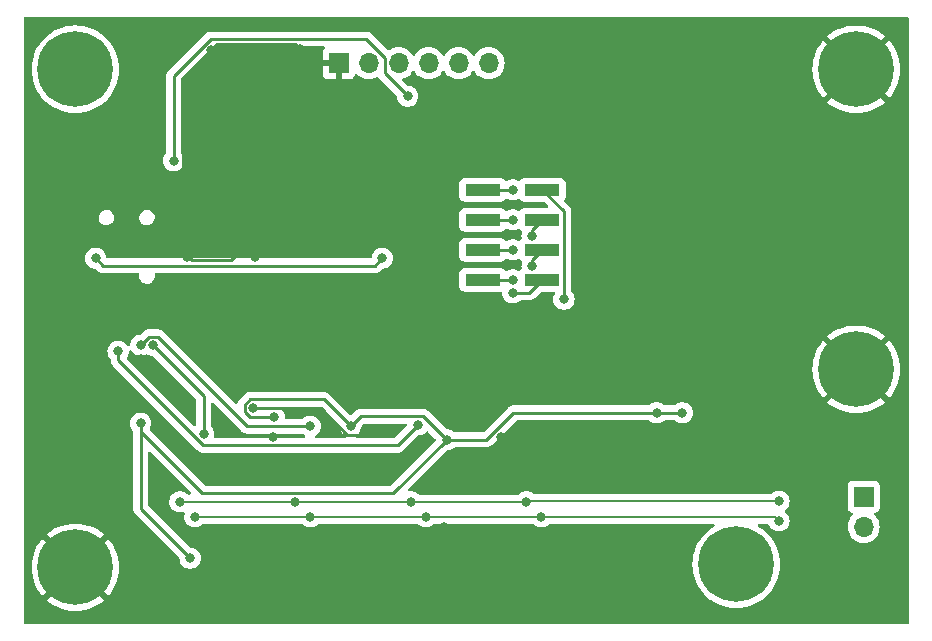
<source format=gbr>
%TF.GenerationSoftware,KiCad,Pcbnew,7.0.9*%
%TF.CreationDate,2024-02-09T01:39:57+08:00*%
%TF.ProjectId,yeg-channel,7965672d-6368-4616-9e6e-656c2e6b6963,rev?*%
%TF.SameCoordinates,Original*%
%TF.FileFunction,Copper,L2,Bot*%
%TF.FilePolarity,Positive*%
%FSLAX46Y46*%
G04 Gerber Fmt 4.6, Leading zero omitted, Abs format (unit mm)*
G04 Created by KiCad (PCBNEW 7.0.9) date 2024-02-09 01:39:57*
%MOMM*%
%LPD*%
G01*
G04 APERTURE LIST*
%TA.AperFunction,ComponentPad*%
%ADD10O,1.700000X1.700000*%
%TD*%
%TA.AperFunction,ComponentPad*%
%ADD11R,1.700000X1.700000*%
%TD*%
%TA.AperFunction,ComponentPad*%
%ADD12C,3.600000*%
%TD*%
%TA.AperFunction,ConnectorPad*%
%ADD13C,6.400000*%
%TD*%
%TA.AperFunction,SMDPad,CuDef*%
%ADD14R,3.000000X1.000000*%
%TD*%
%TA.AperFunction,ViaPad*%
%ADD15C,0.800000*%
%TD*%
%TA.AperFunction,Conductor*%
%ADD16C,0.250000*%
%TD*%
%TA.AperFunction,Conductor*%
%ADD17C,0.200000*%
%TD*%
G04 APERTURE END LIST*
D10*
%TO.P,J2,6,Pin_6*%
%TO.N,+5V*%
X96520000Y-40132000D03*
%TO.P,J2,5,Pin_5*%
%TO.N,/Connector/UART1_TX*%
X93980000Y-40132000D03*
%TO.P,J2,4,Pin_4*%
%TO.N,/Connector/UART1_RX*%
X91440000Y-40132000D03*
%TO.P,J2,3,Pin_3*%
%TO.N,/Connector/SWDIO*%
X88900000Y-40132000D03*
%TO.P,J2,2,Pin_2*%
%TO.N,/Connector/SWDCLK*%
X86360000Y-40132000D03*
D11*
%TO.P,J2,1,Pin_1*%
%TO.N,GND*%
X83820000Y-40132000D03*
%TD*%
D12*
%TO.P,H6,1,1*%
%TO.N,+5V*%
X61525000Y-40640000D03*
D13*
X61525000Y-40640000D03*
%TD*%
D12*
%TO.P,H2,1,1*%
%TO.N,GND*%
X61525000Y-82809000D03*
D13*
X61525000Y-82809000D03*
%TD*%
D12*
%TO.P,H4,1,1*%
%TO.N,GND*%
X127635000Y-40640000D03*
D13*
X127635000Y-40640000D03*
%TD*%
D11*
%TO.P,J1,1,Pin_1*%
%TO.N,/ADC/CINA-*%
X128270000Y-76835000D03*
D10*
%TO.P,J1,2,Pin_2*%
%TO.N,/ADC/SRB2*%
X128270000Y-79375000D03*
%TD*%
D13*
%TO.P,H1,1,1*%
%TO.N,/ADC/SRB2*%
X117475000Y-82550000D03*
D12*
X117475000Y-82550000D03*
%TD*%
%TO.P,H3,1,1*%
%TO.N,GND*%
X127635000Y-66040000D03*
D13*
X127635000Y-66040000D03*
%TD*%
D14*
%TO.P,J3,1,Pin_1*%
%TO.N,/Connector/RCLK*%
X101060552Y-58462052D03*
%TO.P,J3,2,Pin_2*%
%TO.N,/Connector/~{OE}*%
X96020552Y-58462052D03*
%TO.P,J3,3,Pin_3*%
%TO.N,/Connector/SRCLK*%
X101060552Y-55922052D03*
%TO.P,J3,4,Pin_4*%
%TO.N,/Connector/SPI_SCK*%
X96020552Y-55922052D03*
%TO.P,J3,5,Pin_5*%
%TO.N,/Connector/~{SRCLR}*%
X101060552Y-53382052D03*
%TO.P,J3,6,Pin_6*%
%TO.N,/Connector/SPI_MISO*%
X96020552Y-53382052D03*
%TO.P,J3,7,Pin_7*%
%TO.N,/Connector/CS_IN*%
X101060552Y-50842052D03*
%TO.P,J3,8,Pin_8*%
%TO.N,/Connector/SPI_MOSI*%
X96020552Y-50842052D03*
%TD*%
D15*
%TO.N,GND*%
X105283000Y-48387000D03*
X98171000Y-39370000D03*
X77869552Y-50461052D03*
X86487000Y-71374000D03*
X105791000Y-74676000D03*
X112649000Y-73787000D03*
X82042000Y-82931000D03*
X69342000Y-71501000D03*
X76581000Y-69342000D03*
X80917552Y-42079052D03*
X80536552Y-38904052D03*
X77742552Y-48048052D03*
X73660000Y-81788000D03*
X79756000Y-64262000D03*
X67056000Y-65151000D03*
X75329552Y-45889052D03*
X84201000Y-43688000D03*
X78289000Y-71760000D03*
X73660000Y-83947000D03*
X122047000Y-70485000D03*
X115443000Y-51816000D03*
X73043552Y-39031052D03*
X89027000Y-57277000D03*
X75583552Y-44492052D03*
X71265552Y-46270052D03*
X93980000Y-84963000D03*
X76708000Y-56515000D03*
X86614000Y-64262000D03*
X75329552Y-53001052D03*
X91059000Y-82804000D03*
X78885552Y-44365052D03*
X72535552Y-42079052D03*
X79629000Y-50927000D03*
X82804000Y-79629000D03*
X83693000Y-83820000D03*
X88646000Y-47879000D03*
X76200000Y-66929000D03*
X97593000Y-71760000D03*
X92075000Y-56642000D03*
X113792000Y-57404000D03*
X76200000Y-64262000D03*
X73914000Y-70612000D03*
X65786000Y-52578000D03*
X71011552Y-56557052D03*
X73152000Y-80010000D03*
X69088000Y-51054000D03*
X92710000Y-79375000D03*
X83439000Y-64262000D03*
X122047000Y-59182000D03*
X93980000Y-80645000D03*
%TO.N,+3V3*%
X69850000Y-48387000D03*
X89662000Y-42926000D03*
%TO.N,-2V5*%
X78359000Y-70104000D03*
X92964000Y-72009000D03*
X112903000Y-69723000D03*
X67056000Y-70612000D03*
X71247000Y-82042000D03*
X84836000Y-70866000D03*
X110744000Y-69723000D03*
%TO.N,/ADC/IN+*%
X91204552Y-78528052D03*
X71646552Y-78528052D03*
X121088000Y-78872000D03*
X100983552Y-78528052D03*
X81425552Y-78528052D03*
%TO.N,/ADC/IN-*%
X70376552Y-77258052D03*
X89934552Y-77258052D03*
X99713552Y-77258052D03*
X80155552Y-77258052D03*
X121088000Y-77221000D03*
%TO.N,/Connector/CS_IN*%
X102888552Y-60113052D03*
%TO.N,/Connector/~{OE}*%
X98570552Y-58462052D03*
%TO.N,/Connector/SRCLK*%
X100203000Y-57277000D03*
%TO.N,/Connector/SPI_SCK*%
X98570552Y-55922052D03*
%TO.N,/Connector/~{SRCLR}*%
X100203000Y-54737000D03*
%TO.N,/Connector/SPI_MISO*%
X98570552Y-53382052D03*
%TO.N,/Connector/RCLK*%
X98552000Y-59563000D03*
%TO.N,/Connector/SPI_MOSI*%
X98570552Y-50842052D03*
%TO.N,/ADC/PD_SCK0*%
X68072000Y-64008000D03*
X72390000Y-71501000D03*
%TO.N,/ADC/PD_SCK1*%
X81407000Y-70866000D03*
X67056000Y-64008000D03*
%TO.N,/ADC/PD_SCK2*%
X65151000Y-64516000D03*
X90551000Y-70739000D03*
%TO.N,/Connector/BOOT1*%
X63246000Y-56642000D03*
X87503000Y-56642000D03*
%TD*%
D16*
%TO.N,+3V3*%
X87725000Y-40989000D02*
X89662000Y-42926000D01*
X86152753Y-38073052D02*
X87725000Y-39645299D01*
X69850000Y-48387000D02*
X69850000Y-41199299D01*
X69850000Y-41199299D02*
X72976247Y-38073052D01*
X72976247Y-38073052D02*
X86152753Y-38073052D01*
X87725000Y-39645299D02*
X87725000Y-40989000D01*
%TO.N,GND*%
X84535695Y-71591000D02*
X82286695Y-69342000D01*
X80917552Y-42079052D02*
X80917552Y-43349052D01*
X86487000Y-71374000D02*
X86270000Y-71591000D01*
X80917552Y-43349052D02*
X79901552Y-44365052D01*
X80917552Y-42079052D02*
X80917552Y-39285052D01*
X80917552Y-39285052D02*
X80536552Y-38904052D01*
X80155552Y-38523052D02*
X74567552Y-38523052D01*
X73152000Y-80010000D02*
X73152000Y-81280000D01*
X73152000Y-81280000D02*
X73660000Y-81788000D01*
X71265552Y-46270052D02*
X71265552Y-46397052D01*
X77869552Y-52239052D02*
X77869552Y-50461052D01*
X80536552Y-38904052D02*
X80155552Y-38523052D01*
X82286695Y-69342000D02*
X76581000Y-69342000D01*
X77107552Y-53001052D02*
X77869552Y-52239052D01*
X71392552Y-46270052D02*
X71265552Y-46270052D01*
X73170552Y-43603052D02*
X74059552Y-44492052D01*
X75329552Y-53001052D02*
X77107552Y-53001052D01*
X71011552Y-56557052D02*
X71138552Y-56557052D01*
X75329552Y-45889052D02*
X76599552Y-45889052D01*
X72535552Y-42968052D02*
X73170552Y-43603052D01*
X71265552Y-46397052D02*
X70630552Y-47032052D01*
X75456552Y-53128052D02*
X75329552Y-53001052D01*
X75329552Y-45889052D02*
X71773552Y-45889052D01*
X74567552Y-38523052D02*
X73551552Y-38523052D01*
X73043552Y-39031052D02*
X72535552Y-39539052D01*
X74059552Y-44492052D02*
X75583552Y-44492052D01*
X79901552Y-44365052D02*
X78885552Y-44365052D01*
X74694552Y-56811052D02*
X75456552Y-56049052D01*
X76599552Y-45889052D02*
X77742552Y-47032052D01*
X77742552Y-48048052D02*
X77742552Y-47921052D01*
X73551552Y-38523052D02*
X73043552Y-39031052D01*
X71138552Y-56557052D02*
X71392552Y-56811052D01*
X72535552Y-42079052D02*
X72535552Y-42968052D01*
X71773552Y-45889052D02*
X71392552Y-46270052D01*
X86270000Y-71591000D02*
X84535695Y-71591000D01*
X71011552Y-56430052D02*
X71011552Y-56557052D01*
X75456552Y-56049052D02*
X75456552Y-53128052D01*
X71392552Y-56811052D02*
X74694552Y-56811052D01*
X72535552Y-39539052D02*
X72535552Y-42079052D01*
X70630552Y-47032052D02*
X70630552Y-56049052D01*
X77742552Y-47032052D02*
X77742552Y-48048052D01*
X70630552Y-56049052D02*
X71011552Y-56430052D01*
%TO.N,+3V3*%
X89662000Y-42926000D02*
X89535000Y-42926000D01*
%TO.N,-2V5*%
X76317695Y-68580000D02*
X82550000Y-68580000D01*
X67056000Y-70612000D02*
X67056000Y-77851000D01*
X85688000Y-70014000D02*
X90969000Y-70014000D01*
X98604695Y-69723000D02*
X96318695Y-72009000D01*
X67056000Y-77851000D02*
X71247000Y-82042000D01*
X78359000Y-70104000D02*
X76317695Y-70104000D01*
X75856000Y-69041695D02*
X76317695Y-68580000D01*
X67056000Y-71331305D02*
X67056000Y-70612000D01*
X72257747Y-76533052D02*
X67056000Y-71331305D01*
X82550000Y-68580000D02*
X84836000Y-70866000D01*
X110744000Y-69723000D02*
X98604695Y-69723000D01*
X110744000Y-69723000D02*
X112903000Y-69723000D01*
X88439948Y-76533052D02*
X72257747Y-76533052D01*
X92964000Y-72009000D02*
X88439948Y-76533052D01*
X90969000Y-70014000D02*
X92964000Y-72009000D01*
X67056000Y-70612000D02*
X67056000Y-70739000D01*
X76317695Y-70104000D02*
X75856000Y-69642305D01*
X96318695Y-72009000D02*
X92964000Y-72009000D01*
X84836000Y-70866000D02*
X85688000Y-70014000D01*
X75856000Y-69642305D02*
X75856000Y-69041695D01*
D17*
%TO.N,/ADC/IN+*%
X100983552Y-78528052D02*
X120744052Y-78528052D01*
X81425552Y-78528052D02*
X71646552Y-78528052D01*
X120744052Y-78528052D02*
X121088000Y-78872000D01*
X100983552Y-78528052D02*
X91204552Y-78528052D01*
X91204552Y-78528052D02*
X81425552Y-78528052D01*
%TO.N,/ADC/IN-*%
X89934552Y-77258052D02*
X99713552Y-77258052D01*
X99750604Y-77221000D02*
X99713552Y-77258052D01*
X73170552Y-77258052D02*
X80155552Y-77258052D01*
X80155552Y-77258052D02*
X89934552Y-77258052D01*
X70376552Y-77258052D02*
X73170552Y-77258052D01*
X121088000Y-77221000D02*
X99750604Y-77221000D01*
D16*
%TO.N,/Connector/CS_IN*%
X102885552Y-52667052D02*
X102888552Y-60113052D01*
X101060552Y-50842052D02*
X102885552Y-52667052D01*
X102888552Y-60113052D02*
X102885552Y-59983052D01*
%TO.N,/Connector/~{OE}*%
X96020552Y-58462052D02*
X98570552Y-58462052D01*
%TO.N,/Connector/SRCLK*%
X100203000Y-56779604D02*
X101060552Y-55922052D01*
X100203000Y-57277000D02*
X100203000Y-56779604D01*
%TO.N,/Connector/SPI_SCK*%
X96020552Y-55922052D02*
X98570552Y-55922052D01*
%TO.N,/Connector/~{SRCLR}*%
X100203000Y-54737000D02*
X100203000Y-54239604D01*
X100203000Y-54239604D02*
X101060552Y-53382052D01*
%TO.N,/Connector/SPI_MISO*%
X96020552Y-53382052D02*
X98570552Y-53382052D01*
%TO.N,/Connector/RCLK*%
X98552000Y-59563000D02*
X99959604Y-59563000D01*
X99959604Y-59563000D02*
X101060552Y-58462052D01*
%TO.N,/Connector/SPI_MOSI*%
X96020552Y-50842052D02*
X98570552Y-50842052D01*
%TO.N,/ADC/PD_SCK0*%
X72390000Y-68326000D02*
X72390000Y-71501000D01*
X68072000Y-64008000D02*
X72390000Y-68326000D01*
%TO.N,/ADC/PD_SCK1*%
X68490000Y-63283000D02*
X75692000Y-70485000D01*
X67056000Y-64008000D02*
X67056000Y-63998695D01*
X76073000Y-70866000D02*
X81407000Y-70866000D01*
X75692000Y-70485000D02*
X76073000Y-70866000D01*
X67771695Y-63283000D02*
X68490000Y-63283000D01*
X67056000Y-63998695D02*
X67771695Y-63283000D01*
%TO.N,/ADC/PD_SCK2*%
X65151000Y-65287305D02*
X65151000Y-64516000D01*
X72348695Y-72485000D02*
X65151000Y-65287305D01*
X88805000Y-72485000D02*
X72348695Y-72485000D01*
X90551000Y-70739000D02*
X88805000Y-72485000D01*
%TO.N,/Connector/BOOT1*%
X87503000Y-56642000D02*
X86862948Y-57282052D01*
X63886052Y-57282052D02*
X63246000Y-56642000D01*
X86862948Y-57282052D02*
X63886052Y-57282052D01*
%TD*%
%TA.AperFunction,Conductor*%
%TO.N,GND*%
G36*
X73220703Y-68898739D02*
G01*
X73227181Y-68904771D01*
X75279663Y-70957255D01*
X75279685Y-70957275D01*
X75572194Y-71249784D01*
X75582017Y-71262045D01*
X75582239Y-71261863D01*
X75587212Y-71267875D01*
X75637636Y-71315227D01*
X75658523Y-71336115D01*
X75658527Y-71336118D01*
X75658529Y-71336120D01*
X75664011Y-71340373D01*
X75668443Y-71344157D01*
X75702418Y-71376062D01*
X75719976Y-71385714D01*
X75736235Y-71396395D01*
X75752064Y-71408673D01*
X75794838Y-71427182D01*
X75800056Y-71429738D01*
X75840908Y-71452197D01*
X75860316Y-71457180D01*
X75878717Y-71463480D01*
X75897104Y-71471437D01*
X75940488Y-71478308D01*
X75943119Y-71478725D01*
X75948839Y-71479909D01*
X75993981Y-71491500D01*
X76014016Y-71491500D01*
X76033414Y-71493026D01*
X76053194Y-71496159D01*
X76053195Y-71496160D01*
X76053195Y-71496159D01*
X76053196Y-71496160D01*
X76099584Y-71491775D01*
X76105422Y-71491500D01*
X80703252Y-71491500D01*
X80770291Y-71511185D01*
X80795400Y-71532526D01*
X80801126Y-71538885D01*
X80801130Y-71538889D01*
X80933666Y-71635182D01*
X80976332Y-71690512D01*
X80982311Y-71760125D01*
X80949705Y-71821920D01*
X80888867Y-71856277D01*
X80860781Y-71859500D01*
X73391030Y-71859500D01*
X73323991Y-71839815D01*
X73278236Y-71787011D01*
X73268292Y-71717853D01*
X73273098Y-71697184D01*
X73275673Y-71689258D01*
X73275674Y-71689256D01*
X73295460Y-71501000D01*
X73275674Y-71312744D01*
X73217179Y-71132716D01*
X73122533Y-70968784D01*
X73094294Y-70937421D01*
X73047350Y-70885284D01*
X73017120Y-70822292D01*
X73015500Y-70802312D01*
X73015500Y-68992452D01*
X73035185Y-68925413D01*
X73087989Y-68879658D01*
X73157147Y-68869714D01*
X73220703Y-68898739D01*
G37*
%TD.AperFunction*%
%TA.AperFunction,Conductor*%
G36*
X82306587Y-69225185D02*
G01*
X82327229Y-69241819D01*
X83897038Y-70811629D01*
X83930523Y-70872952D01*
X83932678Y-70886348D01*
X83938046Y-70937421D01*
X83950326Y-71054256D01*
X83950327Y-71054259D01*
X84008818Y-71234277D01*
X84008821Y-71234284D01*
X84103467Y-71398216D01*
X84205185Y-71511185D01*
X84230129Y-71538888D01*
X84362666Y-71635182D01*
X84405332Y-71690512D01*
X84411311Y-71760125D01*
X84378705Y-71821920D01*
X84317867Y-71856277D01*
X84289781Y-71859500D01*
X81953219Y-71859500D01*
X81886180Y-71839815D01*
X81840425Y-71787011D01*
X81830481Y-71717853D01*
X81859506Y-71654297D01*
X81880334Y-71635182D01*
X81941454Y-71590775D01*
X82012871Y-71538888D01*
X82139533Y-71398216D01*
X82234179Y-71234284D01*
X82292674Y-71054256D01*
X82312460Y-70866000D01*
X82292674Y-70677744D01*
X82234179Y-70497716D01*
X82139533Y-70333784D01*
X82012871Y-70193112D01*
X82012870Y-70193111D01*
X81859734Y-70081851D01*
X81859729Y-70081848D01*
X81686807Y-70004857D01*
X81686802Y-70004855D01*
X81541001Y-69973865D01*
X81501646Y-69965500D01*
X81312354Y-69965500D01*
X81279897Y-69972398D01*
X81127197Y-70004855D01*
X81127192Y-70004857D01*
X80954270Y-70081848D01*
X80954265Y-70081851D01*
X80801130Y-70193110D01*
X80801126Y-70193114D01*
X80795400Y-70199474D01*
X80735913Y-70236121D01*
X80703252Y-70240500D01*
X79387829Y-70240500D01*
X79320790Y-70220815D01*
X79275035Y-70168011D01*
X79265646Y-70110498D01*
X79264460Y-70110498D01*
X79264460Y-70104002D01*
X79264460Y-70104000D01*
X79244674Y-69915744D01*
X79186179Y-69735716D01*
X79091533Y-69571784D01*
X78964871Y-69431112D01*
X78963090Y-69429818D01*
X78962309Y-69428805D01*
X78960042Y-69426764D01*
X78960415Y-69426349D01*
X78920424Y-69374490D01*
X78914444Y-69304876D01*
X78947050Y-69243081D01*
X79007888Y-69208723D01*
X79035975Y-69205500D01*
X82239548Y-69205500D01*
X82306587Y-69225185D01*
G37*
%TD.AperFunction*%
%TA.AperFunction,Conductor*%
G36*
X89533585Y-70659185D02*
G01*
X89579340Y-70711989D01*
X89589284Y-70781147D01*
X89560259Y-70844703D01*
X89554227Y-70851181D01*
X88582228Y-71823181D01*
X88520905Y-71856666D01*
X88494547Y-71859500D01*
X85382219Y-71859500D01*
X85315180Y-71839815D01*
X85269425Y-71787011D01*
X85259481Y-71717853D01*
X85288506Y-71654297D01*
X85309334Y-71635182D01*
X85370454Y-71590775D01*
X85441871Y-71538888D01*
X85568533Y-71398216D01*
X85663179Y-71234284D01*
X85721674Y-71054256D01*
X85739321Y-70886344D01*
X85765904Y-70821734D01*
X85774941Y-70811648D01*
X85910773Y-70675817D01*
X85972096Y-70642334D01*
X85998453Y-70639500D01*
X89466546Y-70639500D01*
X89533585Y-70659185D01*
G37*
%TD.AperFunction*%
%TA.AperFunction,Conductor*%
G36*
X66269410Y-64453032D02*
G01*
X66286244Y-64475744D01*
X66323467Y-64540216D01*
X66386284Y-64609981D01*
X66450129Y-64680888D01*
X66603265Y-64792148D01*
X66603270Y-64792151D01*
X66776192Y-64869142D01*
X66776197Y-64869144D01*
X66961354Y-64908500D01*
X66961355Y-64908500D01*
X67150644Y-64908500D01*
X67150646Y-64908500D01*
X67335803Y-64869144D01*
X67508730Y-64792151D01*
X67508734Y-64792148D01*
X67513563Y-64789998D01*
X67582813Y-64780712D01*
X67614437Y-64789998D01*
X67619265Y-64792148D01*
X67619270Y-64792151D01*
X67792197Y-64869144D01*
X67977354Y-64908500D01*
X68036548Y-64908500D01*
X68103587Y-64928185D01*
X68124229Y-64944819D01*
X71728181Y-68548771D01*
X71761666Y-68610094D01*
X71764500Y-68636452D01*
X71764500Y-70716853D01*
X71744815Y-70783892D01*
X71692011Y-70829647D01*
X71622853Y-70839591D01*
X71559297Y-70810566D01*
X71552819Y-70804534D01*
X65918957Y-65170672D01*
X65885472Y-65109349D01*
X65890456Y-65039657D01*
X65899251Y-65020991D01*
X65978179Y-64884284D01*
X66036674Y-64704256D01*
X66055537Y-64524780D01*
X66082120Y-64460168D01*
X66139418Y-64420183D01*
X66209237Y-64417523D01*
X66269410Y-64453032D01*
G37*
%TD.AperFunction*%
%TA.AperFunction,Conductor*%
G36*
X77749064Y-69225185D02*
G01*
X77794819Y-69277989D01*
X77804763Y-69347147D01*
X77775738Y-69410703D01*
X77754909Y-69429819D01*
X77753128Y-69431112D01*
X77753126Y-69431114D01*
X77747400Y-69437474D01*
X77687913Y-69474121D01*
X77655252Y-69478500D01*
X76628148Y-69478500D01*
X76561109Y-69458815D01*
X76540467Y-69442181D01*
X76527967Y-69429681D01*
X76494482Y-69368358D01*
X76499466Y-69298666D01*
X76527970Y-69254315D01*
X76530658Y-69251628D01*
X76540471Y-69241815D01*
X76601796Y-69208333D01*
X76628149Y-69205500D01*
X77682025Y-69205500D01*
X77749064Y-69225185D01*
G37*
%TD.AperFunction*%
%TA.AperFunction,Conductor*%
G36*
X132022539Y-36215185D02*
G01*
X132068294Y-36267989D01*
X132079500Y-36319500D01*
X132079500Y-87505500D01*
X132059815Y-87572539D01*
X132007011Y-87618294D01*
X131955500Y-87629500D01*
X57274500Y-87629500D01*
X57207461Y-87609815D01*
X57161706Y-87557011D01*
X57150500Y-87505500D01*
X57150500Y-82809000D01*
X57819922Y-82809000D01*
X57840219Y-83196287D01*
X57900886Y-83579323D01*
X57900887Y-83579330D01*
X58001262Y-83953936D01*
X58140244Y-84315994D01*
X58316310Y-84661543D01*
X58527531Y-84986793D01*
X58736095Y-85244350D01*
X58736096Y-85244350D01*
X60227266Y-83753180D01*
X60390130Y-83943870D01*
X60580819Y-84106733D01*
X59089648Y-85597903D01*
X59089649Y-85597904D01*
X59347206Y-85806468D01*
X59672456Y-86017689D01*
X60018005Y-86193755D01*
X60380063Y-86332737D01*
X60754669Y-86433112D01*
X60754676Y-86433113D01*
X61137712Y-86493780D01*
X61524999Y-86514078D01*
X61525001Y-86514078D01*
X61912287Y-86493780D01*
X62295323Y-86433113D01*
X62295330Y-86433112D01*
X62669936Y-86332737D01*
X63031994Y-86193755D01*
X63377543Y-86017689D01*
X63702783Y-85806476D01*
X63702785Y-85806475D01*
X63960349Y-85597902D01*
X62469180Y-84106733D01*
X62659870Y-83943870D01*
X62822733Y-83753180D01*
X64313902Y-85244349D01*
X64522475Y-84986785D01*
X64522476Y-84986783D01*
X64733689Y-84661543D01*
X64909755Y-84315994D01*
X65048737Y-83953936D01*
X65149112Y-83579330D01*
X65149113Y-83579323D01*
X65209780Y-83196287D01*
X65230078Y-82809000D01*
X65230078Y-82808999D01*
X65209780Y-82421712D01*
X65149113Y-82038676D01*
X65149112Y-82038669D01*
X65048737Y-81664063D01*
X64909755Y-81302005D01*
X64733689Y-80956456D01*
X64522468Y-80631206D01*
X64313904Y-80373649D01*
X64313903Y-80373648D01*
X62822732Y-81864818D01*
X62659870Y-81674130D01*
X62469180Y-81511266D01*
X63960350Y-80020096D01*
X63960350Y-80020095D01*
X63702793Y-79811531D01*
X63377543Y-79600310D01*
X63031994Y-79424244D01*
X62669936Y-79285262D01*
X62295330Y-79184887D01*
X62295323Y-79184886D01*
X61912287Y-79124219D01*
X61525001Y-79103922D01*
X61524999Y-79103922D01*
X61137712Y-79124219D01*
X60754676Y-79184886D01*
X60754669Y-79184887D01*
X60380063Y-79285262D01*
X60018005Y-79424244D01*
X59672456Y-79600310D01*
X59347206Y-79811531D01*
X59089648Y-80020095D01*
X59089648Y-80020096D01*
X60580819Y-81511266D01*
X60390130Y-81674130D01*
X60227266Y-81864818D01*
X58736096Y-80373648D01*
X58736095Y-80373648D01*
X58527531Y-80631206D01*
X58316310Y-80956456D01*
X58140244Y-81302005D01*
X58001262Y-81664063D01*
X57900887Y-82038669D01*
X57900886Y-82038676D01*
X57840219Y-82421712D01*
X57819922Y-82808999D01*
X57819922Y-82809000D01*
X57150500Y-82809000D01*
X57150500Y-64516000D01*
X64245540Y-64516000D01*
X64265326Y-64704256D01*
X64265327Y-64704259D01*
X64323818Y-64884277D01*
X64323821Y-64884284D01*
X64418467Y-65048216D01*
X64455902Y-65089791D01*
X64492319Y-65130237D01*
X64522549Y-65193228D01*
X64523619Y-65224871D01*
X64523326Y-65227964D01*
X64525500Y-65297119D01*
X64525500Y-65326648D01*
X64525501Y-65326665D01*
X64526368Y-65333536D01*
X64526826Y-65339355D01*
X64528290Y-65385929D01*
X64528291Y-65385932D01*
X64533880Y-65405172D01*
X64537824Y-65424216D01*
X64540336Y-65444096D01*
X64557490Y-65487424D01*
X64559382Y-65492952D01*
X64572381Y-65537693D01*
X64582580Y-65554939D01*
X64591138Y-65572408D01*
X64598514Y-65591037D01*
X64625898Y-65628728D01*
X64629106Y-65633612D01*
X64652827Y-65673721D01*
X64652833Y-65673729D01*
X64666990Y-65687885D01*
X64679628Y-65702681D01*
X64691405Y-65718891D01*
X64691406Y-65718892D01*
X64727309Y-65748593D01*
X64731620Y-65752515D01*
X70081794Y-71102690D01*
X71847892Y-72868788D01*
X71857717Y-72881051D01*
X71857938Y-72880869D01*
X71862909Y-72886878D01*
X71883738Y-72906437D01*
X71913330Y-72934226D01*
X71934224Y-72955120D01*
X71939706Y-72959373D01*
X71944138Y-72963157D01*
X71978113Y-72995062D01*
X71995671Y-73004714D01*
X72011928Y-73015393D01*
X72027759Y-73027673D01*
X72047432Y-73036186D01*
X72070528Y-73046182D01*
X72075772Y-73048750D01*
X72116603Y-73071197D01*
X72126423Y-73073718D01*
X72136000Y-73076177D01*
X72154414Y-73082481D01*
X72172799Y-73090438D01*
X72218852Y-73097732D01*
X72224521Y-73098906D01*
X72269676Y-73110500D01*
X72289711Y-73110500D01*
X72309108Y-73112026D01*
X72328891Y-73115160D01*
X72375279Y-73110775D01*
X72381117Y-73110500D01*
X88722257Y-73110500D01*
X88737877Y-73112224D01*
X88737904Y-73111939D01*
X88745660Y-73112671D01*
X88745667Y-73112673D01*
X88814814Y-73110500D01*
X88844350Y-73110500D01*
X88851228Y-73109630D01*
X88857041Y-73109172D01*
X88903627Y-73107709D01*
X88922869Y-73102117D01*
X88941912Y-73098174D01*
X88961792Y-73095664D01*
X89005122Y-73078507D01*
X89010646Y-73076617D01*
X89014396Y-73075527D01*
X89055390Y-73063618D01*
X89072629Y-73053422D01*
X89090103Y-73044862D01*
X89108727Y-73037488D01*
X89108727Y-73037487D01*
X89108732Y-73037486D01*
X89146449Y-73010082D01*
X89151305Y-73006892D01*
X89191420Y-72983170D01*
X89205589Y-72968999D01*
X89220379Y-72956368D01*
X89236587Y-72944594D01*
X89266299Y-72908676D01*
X89270212Y-72904376D01*
X90498772Y-71675819D01*
X90560095Y-71642334D01*
X90586453Y-71639500D01*
X90645644Y-71639500D01*
X90645646Y-71639500D01*
X90830803Y-71600144D01*
X91003730Y-71523151D01*
X91156871Y-71411888D01*
X91223624Y-71337751D01*
X91283110Y-71301104D01*
X91352967Y-71302435D01*
X91403453Y-71333043D01*
X91991729Y-71921320D01*
X92025213Y-71982641D01*
X92020229Y-72052333D01*
X91991728Y-72096680D01*
X88217176Y-75871233D01*
X88155853Y-75904718D01*
X88129495Y-75907552D01*
X72568200Y-75907552D01*
X72501161Y-75887867D01*
X72480519Y-75871233D01*
X67842991Y-71233705D01*
X67809506Y-71172382D01*
X67814490Y-71102690D01*
X67823285Y-71084024D01*
X67833278Y-71066713D01*
X67883179Y-70980284D01*
X67941674Y-70800256D01*
X67961460Y-70612000D01*
X67941674Y-70423744D01*
X67883179Y-70243716D01*
X67788533Y-70079784D01*
X67661871Y-69939112D01*
X67661870Y-69939111D01*
X67508734Y-69827851D01*
X67508729Y-69827848D01*
X67335807Y-69750857D01*
X67335802Y-69750855D01*
X67190001Y-69719865D01*
X67150646Y-69711500D01*
X66961354Y-69711500D01*
X66928897Y-69718398D01*
X66776197Y-69750855D01*
X66776192Y-69750857D01*
X66603270Y-69827848D01*
X66603265Y-69827851D01*
X66450129Y-69939111D01*
X66323466Y-70079785D01*
X66228821Y-70243715D01*
X66228818Y-70243722D01*
X66170327Y-70423740D01*
X66170326Y-70423744D01*
X66150540Y-70612000D01*
X66170326Y-70800256D01*
X66170327Y-70800259D01*
X66228818Y-70980277D01*
X66228821Y-70980284D01*
X66323467Y-71144216D01*
X66397595Y-71226543D01*
X66427825Y-71289534D01*
X66429384Y-71305618D01*
X66430500Y-71341118D01*
X66430500Y-77768255D01*
X66428775Y-77783872D01*
X66429061Y-77783899D01*
X66428326Y-77791665D01*
X66430500Y-77860814D01*
X66430500Y-77890343D01*
X66430501Y-77890360D01*
X66431368Y-77897231D01*
X66431826Y-77903050D01*
X66433290Y-77949624D01*
X66433291Y-77949627D01*
X66438880Y-77968867D01*
X66442824Y-77987911D01*
X66445336Y-78007791D01*
X66462490Y-78051119D01*
X66464382Y-78056647D01*
X66477381Y-78101388D01*
X66487580Y-78118634D01*
X66496136Y-78136100D01*
X66503514Y-78154732D01*
X66530898Y-78192423D01*
X66534106Y-78197307D01*
X66557827Y-78237416D01*
X66557833Y-78237424D01*
X66571990Y-78251580D01*
X66584628Y-78266376D01*
X66596405Y-78282586D01*
X66596406Y-78282587D01*
X66632309Y-78312288D01*
X66636620Y-78316210D01*
X69425590Y-81105181D01*
X70308038Y-81987629D01*
X70341523Y-82048952D01*
X70343678Y-82062348D01*
X70351968Y-82141227D01*
X70361326Y-82230256D01*
X70361327Y-82230259D01*
X70419818Y-82410277D01*
X70419821Y-82410284D01*
X70514467Y-82574216D01*
X70641129Y-82714888D01*
X70794265Y-82826148D01*
X70794270Y-82826151D01*
X70967192Y-82903142D01*
X70967197Y-82903144D01*
X71152354Y-82942500D01*
X71152355Y-82942500D01*
X71341644Y-82942500D01*
X71341646Y-82942500D01*
X71526803Y-82903144D01*
X71699730Y-82826151D01*
X71852871Y-82714888D01*
X71979533Y-82574216D01*
X72074179Y-82410284D01*
X72132674Y-82230256D01*
X72152460Y-82042000D01*
X72132674Y-81853744D01*
X72074179Y-81673716D01*
X71979533Y-81509784D01*
X71852871Y-81369112D01*
X71852870Y-81369111D01*
X71699734Y-81257851D01*
X71699729Y-81257848D01*
X71526807Y-81180857D01*
X71526802Y-81180855D01*
X71381001Y-81149865D01*
X71341646Y-81141500D01*
X71341645Y-81141500D01*
X71282452Y-81141500D01*
X71215413Y-81121815D01*
X71194771Y-81105181D01*
X67717819Y-77628228D01*
X67684334Y-77566905D01*
X67681500Y-77540547D01*
X67681500Y-73140757D01*
X67701185Y-73073718D01*
X67753989Y-73027963D01*
X67823147Y-73018019D01*
X67886703Y-73047044D01*
X67893181Y-73053076D01*
X71285975Y-76445871D01*
X71319460Y-76507194D01*
X71314476Y-76576886D01*
X71272604Y-76632819D01*
X71207140Y-76657236D01*
X71198294Y-76657552D01*
X71102810Y-76657552D01*
X71035771Y-76637867D01*
X71010661Y-76616525D01*
X70982423Y-76585164D01*
X70982416Y-76585158D01*
X70829286Y-76473903D01*
X70829281Y-76473900D01*
X70656359Y-76396909D01*
X70656354Y-76396907D01*
X70510553Y-76365917D01*
X70471198Y-76357552D01*
X70281906Y-76357552D01*
X70271062Y-76359857D01*
X70096749Y-76396907D01*
X70096744Y-76396909D01*
X69923822Y-76473900D01*
X69923817Y-76473903D01*
X69770681Y-76585163D01*
X69644018Y-76725837D01*
X69549373Y-76889767D01*
X69549370Y-76889774D01*
X69502918Y-77032740D01*
X69490878Y-77069796D01*
X69471092Y-77258052D01*
X69490878Y-77446308D01*
X69490879Y-77446311D01*
X69549370Y-77626329D01*
X69549373Y-77626336D01*
X69644019Y-77790268D01*
X69745569Y-77903050D01*
X69770681Y-77930940D01*
X69923817Y-78042200D01*
X69923822Y-78042203D01*
X70096744Y-78119194D01*
X70096749Y-78119196D01*
X70281906Y-78158552D01*
X70281907Y-78158552D01*
X70471196Y-78158552D01*
X70471198Y-78158552D01*
X70635546Y-78123619D01*
X70705213Y-78128935D01*
X70760947Y-78171072D01*
X70785052Y-78236652D01*
X70779258Y-78283226D01*
X70760879Y-78339791D01*
X70760878Y-78339793D01*
X70760878Y-78339796D01*
X70741092Y-78528052D01*
X70760878Y-78716308D01*
X70760879Y-78716311D01*
X70819370Y-78896329D01*
X70819373Y-78896336D01*
X70914019Y-79060268D01*
X71026226Y-79184886D01*
X71040681Y-79200940D01*
X71193817Y-79312200D01*
X71193822Y-79312203D01*
X71366744Y-79389194D01*
X71366749Y-79389196D01*
X71551906Y-79428552D01*
X71551907Y-79428552D01*
X71741196Y-79428552D01*
X71741198Y-79428552D01*
X71926355Y-79389196D01*
X72099282Y-79312203D01*
X72252423Y-79200940D01*
X72280661Y-79169579D01*
X72340147Y-79132931D01*
X72372810Y-79128552D01*
X80699294Y-79128552D01*
X80766333Y-79148237D01*
X80791443Y-79169579D01*
X80819680Y-79200939D01*
X80819687Y-79200945D01*
X80972817Y-79312200D01*
X80972822Y-79312203D01*
X81145744Y-79389194D01*
X81145749Y-79389196D01*
X81330906Y-79428552D01*
X81330907Y-79428552D01*
X81520196Y-79428552D01*
X81520198Y-79428552D01*
X81705355Y-79389196D01*
X81878282Y-79312203D01*
X82031423Y-79200940D01*
X82059661Y-79169579D01*
X82119147Y-79132931D01*
X82151810Y-79128552D01*
X90478294Y-79128552D01*
X90545333Y-79148237D01*
X90570443Y-79169579D01*
X90598680Y-79200939D01*
X90598687Y-79200945D01*
X90751817Y-79312200D01*
X90751822Y-79312203D01*
X90924744Y-79389194D01*
X90924749Y-79389196D01*
X91109906Y-79428552D01*
X91109907Y-79428552D01*
X91299196Y-79428552D01*
X91299198Y-79428552D01*
X91484355Y-79389196D01*
X91657282Y-79312203D01*
X91810423Y-79200940D01*
X91838661Y-79169579D01*
X91898147Y-79132931D01*
X91930810Y-79128552D01*
X100257294Y-79128552D01*
X100324333Y-79148237D01*
X100349443Y-79169579D01*
X100377680Y-79200939D01*
X100377687Y-79200945D01*
X100530817Y-79312200D01*
X100530822Y-79312203D01*
X100703744Y-79389194D01*
X100703749Y-79389196D01*
X100888906Y-79428552D01*
X100888907Y-79428552D01*
X101078196Y-79428552D01*
X101078198Y-79428552D01*
X101263355Y-79389196D01*
X101436282Y-79312203D01*
X101589423Y-79200940D01*
X101617661Y-79169579D01*
X101677147Y-79132931D01*
X101709810Y-79128552D01*
X115530542Y-79128552D01*
X115597581Y-79148237D01*
X115643336Y-79201041D01*
X115653280Y-79270199D01*
X115624255Y-79333755D01*
X115598077Y-79356547D01*
X115296917Y-79552122D01*
X114995488Y-79796215D01*
X114995480Y-79796222D01*
X114721222Y-80070480D01*
X114721215Y-80070488D01*
X114477122Y-80371917D01*
X114265877Y-80697206D01*
X114089787Y-81042802D01*
X113950788Y-81404905D01*
X113850397Y-81779570D01*
X113850397Y-81779572D01*
X113789722Y-82162660D01*
X113769422Y-82549999D01*
X113769422Y-82550000D01*
X113789722Y-82937339D01*
X113850397Y-83320427D01*
X113850397Y-83320429D01*
X113950788Y-83695094D01*
X114089787Y-84057197D01*
X114265877Y-84402793D01*
X114477122Y-84728082D01*
X114477124Y-84728084D01*
X114721219Y-85029516D01*
X114995484Y-85303781D01*
X114995488Y-85303784D01*
X115296917Y-85547877D01*
X115373952Y-85597904D01*
X115622211Y-85759125D01*
X115967806Y-85935214D01*
X116329913Y-86074214D01*
X116704567Y-86174602D01*
X117087662Y-86235278D01*
X117453576Y-86254455D01*
X117474999Y-86255578D01*
X117475000Y-86255578D01*
X117475001Y-86255578D01*
X117495301Y-86254514D01*
X117862338Y-86235278D01*
X118245433Y-86174602D01*
X118620087Y-86074214D01*
X118982194Y-85935214D01*
X119327789Y-85759125D01*
X119653084Y-85547876D01*
X119954516Y-85303781D01*
X120228781Y-85029516D01*
X120472876Y-84728084D01*
X120684125Y-84402789D01*
X120860214Y-84057194D01*
X120999214Y-83695087D01*
X121099602Y-83320433D01*
X121160278Y-82937338D01*
X121180578Y-82550000D01*
X121160278Y-82162662D01*
X121099602Y-81779567D01*
X120999214Y-81404913D01*
X120860214Y-81042806D01*
X120684125Y-80697211D01*
X120652755Y-80648905D01*
X120472877Y-80371917D01*
X120228784Y-80070488D01*
X120228781Y-80070484D01*
X119954516Y-79796219D01*
X119876625Y-79733144D01*
X119653082Y-79552122D01*
X119351923Y-79356547D01*
X119306420Y-79303526D01*
X119296806Y-79234321D01*
X119326133Y-79170904D01*
X119385090Y-79133410D01*
X119419458Y-79128552D01*
X120134426Y-79128552D01*
X120201465Y-79148237D01*
X120247220Y-79201041D01*
X120252354Y-79214227D01*
X120260821Y-79240284D01*
X120355467Y-79404216D01*
X120482129Y-79544888D01*
X120635265Y-79656148D01*
X120635270Y-79656151D01*
X120808192Y-79733142D01*
X120808197Y-79733144D01*
X120993354Y-79772500D01*
X120993355Y-79772500D01*
X121182644Y-79772500D01*
X121182646Y-79772500D01*
X121367803Y-79733144D01*
X121540730Y-79656151D01*
X121693871Y-79544888D01*
X121820533Y-79404216D01*
X121837401Y-79375000D01*
X126914341Y-79375000D01*
X126934936Y-79610403D01*
X126934938Y-79610413D01*
X126996094Y-79838655D01*
X126996096Y-79838659D01*
X126996097Y-79838663D01*
X127080700Y-80020095D01*
X127095965Y-80052830D01*
X127095967Y-80052834D01*
X127108326Y-80070484D01*
X127231505Y-80246401D01*
X127398599Y-80413495D01*
X127495384Y-80481265D01*
X127592165Y-80549032D01*
X127592167Y-80549033D01*
X127592170Y-80549035D01*
X127806337Y-80648903D01*
X128034592Y-80710063D01*
X128222918Y-80726539D01*
X128269999Y-80730659D01*
X128270000Y-80730659D01*
X128270001Y-80730659D01*
X128309234Y-80727226D01*
X128505408Y-80710063D01*
X128733663Y-80648903D01*
X128947830Y-80549035D01*
X129141401Y-80413495D01*
X129308495Y-80246401D01*
X129444035Y-80052830D01*
X129543903Y-79838663D01*
X129605063Y-79610408D01*
X129625659Y-79375000D01*
X129605063Y-79139592D01*
X129543903Y-78911337D01*
X129444035Y-78697171D01*
X129434633Y-78683744D01*
X129308496Y-78503600D01*
X129308495Y-78503599D01*
X129186567Y-78381671D01*
X129153084Y-78320351D01*
X129158068Y-78250659D01*
X129199939Y-78194725D01*
X129230915Y-78177810D01*
X129362331Y-78128796D01*
X129477546Y-78042546D01*
X129563796Y-77927331D01*
X129614091Y-77792483D01*
X129620500Y-77732873D01*
X129620499Y-75937128D01*
X129614091Y-75877517D01*
X129611747Y-75871233D01*
X129563797Y-75742671D01*
X129563793Y-75742664D01*
X129477547Y-75627455D01*
X129477544Y-75627452D01*
X129362335Y-75541206D01*
X129362328Y-75541202D01*
X129227482Y-75490908D01*
X129227483Y-75490908D01*
X129167883Y-75484501D01*
X129167881Y-75484500D01*
X129167873Y-75484500D01*
X129167864Y-75484500D01*
X127372129Y-75484500D01*
X127372123Y-75484501D01*
X127312516Y-75490908D01*
X127177671Y-75541202D01*
X127177664Y-75541206D01*
X127062455Y-75627452D01*
X127062452Y-75627455D01*
X126976206Y-75742664D01*
X126976202Y-75742671D01*
X126925908Y-75877517D01*
X126919501Y-75937116D01*
X126919501Y-75937123D01*
X126919500Y-75937135D01*
X126919500Y-77732870D01*
X126919501Y-77732876D01*
X126925908Y-77792483D01*
X126976202Y-77927328D01*
X126976206Y-77927335D01*
X127062452Y-78042544D01*
X127062455Y-78042547D01*
X127177664Y-78128793D01*
X127177671Y-78128797D01*
X127309081Y-78177810D01*
X127365015Y-78219681D01*
X127389432Y-78285145D01*
X127374580Y-78353418D01*
X127353430Y-78381673D01*
X127231503Y-78503600D01*
X127095965Y-78697169D01*
X127095964Y-78697171D01*
X126996098Y-78911335D01*
X126996094Y-78911344D01*
X126934938Y-79139586D01*
X126934936Y-79139596D01*
X126914341Y-79374999D01*
X126914341Y-79375000D01*
X121837401Y-79375000D01*
X121915179Y-79240284D01*
X121973674Y-79060256D01*
X121993460Y-78872000D01*
X121973674Y-78683744D01*
X121915179Y-78503716D01*
X121820533Y-78339784D01*
X121693871Y-78199112D01*
X121684664Y-78192423D01*
X121621894Y-78146818D01*
X121579228Y-78091489D01*
X121573249Y-78021875D01*
X121605854Y-77960080D01*
X121621894Y-77946182D01*
X121647536Y-77927552D01*
X121693871Y-77893888D01*
X121820533Y-77753216D01*
X121915179Y-77589284D01*
X121973674Y-77409256D01*
X121993460Y-77221000D01*
X121973674Y-77032744D01*
X121915179Y-76852716D01*
X121820533Y-76688784D01*
X121693871Y-76548112D01*
X121693863Y-76548106D01*
X121540734Y-76436851D01*
X121540729Y-76436848D01*
X121367807Y-76359857D01*
X121367802Y-76359855D01*
X121222001Y-76328865D01*
X121182646Y-76320500D01*
X120993354Y-76320500D01*
X120960897Y-76327398D01*
X120808197Y-76359855D01*
X120808192Y-76359857D01*
X120635270Y-76436848D01*
X120635265Y-76436851D01*
X120482135Y-76548106D01*
X120482128Y-76548112D01*
X120453891Y-76579473D01*
X120394405Y-76616121D01*
X120361742Y-76620500D01*
X100406267Y-76620500D01*
X100339228Y-76600815D01*
X100323291Y-76588647D01*
X100319416Y-76585158D01*
X100166286Y-76473903D01*
X100166281Y-76473900D01*
X99993359Y-76396909D01*
X99993354Y-76396907D01*
X99847553Y-76365917D01*
X99808198Y-76357552D01*
X99618906Y-76357552D01*
X99608062Y-76359857D01*
X99433749Y-76396907D01*
X99433744Y-76396909D01*
X99260822Y-76473900D01*
X99260817Y-76473903D01*
X99107687Y-76585158D01*
X99107680Y-76585164D01*
X99079443Y-76616525D01*
X99019957Y-76653173D01*
X98987294Y-76657552D01*
X90660810Y-76657552D01*
X90593771Y-76637867D01*
X90568661Y-76616525D01*
X90540423Y-76585164D01*
X90540416Y-76585158D01*
X90387286Y-76473903D01*
X90387281Y-76473900D01*
X90214359Y-76396909D01*
X90214354Y-76396907D01*
X90068553Y-76365917D01*
X90029198Y-76357552D01*
X89839906Y-76357552D01*
X89817761Y-76362259D01*
X89748094Y-76356941D01*
X89692362Y-76314803D01*
X89668258Y-76249223D01*
X89683436Y-76181021D01*
X89704298Y-76153291D01*
X92911771Y-72945819D01*
X92973094Y-72912334D01*
X92999452Y-72909500D01*
X93058644Y-72909500D01*
X93058646Y-72909500D01*
X93243803Y-72870144D01*
X93416730Y-72793151D01*
X93569871Y-72681888D01*
X93572788Y-72678647D01*
X93575600Y-72675526D01*
X93635087Y-72638879D01*
X93667748Y-72634500D01*
X96235952Y-72634500D01*
X96251572Y-72636224D01*
X96251599Y-72635939D01*
X96259355Y-72636671D01*
X96259362Y-72636673D01*
X96328509Y-72634500D01*
X96358045Y-72634500D01*
X96364923Y-72633630D01*
X96370736Y-72633172D01*
X96417322Y-72631709D01*
X96436564Y-72626117D01*
X96455607Y-72622174D01*
X96475487Y-72619664D01*
X96518817Y-72602507D01*
X96524341Y-72600617D01*
X96528091Y-72599527D01*
X96569085Y-72587618D01*
X96586324Y-72577422D01*
X96603798Y-72568862D01*
X96622422Y-72561488D01*
X96622422Y-72561487D01*
X96622427Y-72561486D01*
X96660144Y-72534082D01*
X96665000Y-72530892D01*
X96705115Y-72507170D01*
X96719284Y-72492999D01*
X96734074Y-72480368D01*
X96750282Y-72468594D01*
X96779994Y-72432676D01*
X96783907Y-72428376D01*
X98827467Y-70384819D01*
X98888790Y-70351334D01*
X98915148Y-70348500D01*
X110040252Y-70348500D01*
X110107291Y-70368185D01*
X110132400Y-70389526D01*
X110138126Y-70395885D01*
X110138130Y-70395889D01*
X110291265Y-70507148D01*
X110291270Y-70507151D01*
X110464192Y-70584142D01*
X110464197Y-70584144D01*
X110649354Y-70623500D01*
X110649355Y-70623500D01*
X110838644Y-70623500D01*
X110838646Y-70623500D01*
X111023803Y-70584144D01*
X111196730Y-70507151D01*
X111349871Y-70395888D01*
X111352788Y-70392647D01*
X111355600Y-70389526D01*
X111415087Y-70352879D01*
X111447748Y-70348500D01*
X112199252Y-70348500D01*
X112266291Y-70368185D01*
X112291400Y-70389526D01*
X112297126Y-70395885D01*
X112297130Y-70395889D01*
X112450265Y-70507148D01*
X112450270Y-70507151D01*
X112623192Y-70584142D01*
X112623197Y-70584144D01*
X112808354Y-70623500D01*
X112808355Y-70623500D01*
X112997644Y-70623500D01*
X112997646Y-70623500D01*
X113182803Y-70584144D01*
X113355730Y-70507151D01*
X113508871Y-70395888D01*
X113635533Y-70255216D01*
X113730179Y-70091284D01*
X113788674Y-69911256D01*
X113808460Y-69723000D01*
X113788674Y-69534744D01*
X113730179Y-69354716D01*
X113635533Y-69190784D01*
X113508871Y-69050112D01*
X113508870Y-69050111D01*
X113355734Y-68938851D01*
X113355729Y-68938848D01*
X113182807Y-68861857D01*
X113182802Y-68861855D01*
X113028236Y-68829002D01*
X112997646Y-68822500D01*
X112808354Y-68822500D01*
X112778235Y-68828902D01*
X112623197Y-68861855D01*
X112623192Y-68861857D01*
X112450270Y-68938848D01*
X112450265Y-68938851D01*
X112297130Y-69050110D01*
X112297126Y-69050114D01*
X112291400Y-69056474D01*
X112231913Y-69093121D01*
X112199252Y-69097500D01*
X111447748Y-69097500D01*
X111380709Y-69077815D01*
X111355600Y-69056474D01*
X111349873Y-69050114D01*
X111349869Y-69050110D01*
X111196734Y-68938851D01*
X111196729Y-68938848D01*
X111023807Y-68861857D01*
X111023802Y-68861855D01*
X110869236Y-68829002D01*
X110838646Y-68822500D01*
X110649354Y-68822500D01*
X110619235Y-68828902D01*
X110464197Y-68861855D01*
X110464192Y-68861857D01*
X110291270Y-68938848D01*
X110291265Y-68938851D01*
X110138130Y-69050110D01*
X110138126Y-69050114D01*
X110132400Y-69056474D01*
X110072913Y-69093121D01*
X110040252Y-69097500D01*
X98687432Y-69097500D01*
X98671815Y-69095776D01*
X98671788Y-69096062D01*
X98664026Y-69095327D01*
X98594898Y-69097500D01*
X98565345Y-69097500D01*
X98564624Y-69097590D01*
X98558452Y-69098369D01*
X98552640Y-69098826D01*
X98506068Y-69100290D01*
X98506067Y-69100290D01*
X98486824Y-69105881D01*
X98467774Y-69109825D01*
X98447906Y-69112334D01*
X98447904Y-69112335D01*
X98404579Y-69129488D01*
X98399052Y-69131380D01*
X98354305Y-69144381D01*
X98354304Y-69144382D01*
X98337062Y-69154579D01*
X98319594Y-69163137D01*
X98300964Y-69170513D01*
X98300962Y-69170514D01*
X98263271Y-69197898D01*
X98258389Y-69201105D01*
X98218274Y-69224830D01*
X98204103Y-69239000D01*
X98189318Y-69251628D01*
X98173107Y-69263407D01*
X98143404Y-69299310D01*
X98139471Y-69303631D01*
X97109319Y-70333785D01*
X96095923Y-71347181D01*
X96034600Y-71380666D01*
X96008242Y-71383500D01*
X93667748Y-71383500D01*
X93600709Y-71363815D01*
X93575600Y-71342474D01*
X93569873Y-71336114D01*
X93569869Y-71336110D01*
X93416734Y-71224851D01*
X93416729Y-71224848D01*
X93243807Y-71147857D01*
X93243802Y-71147855D01*
X93098001Y-71116865D01*
X93058646Y-71108500D01*
X93058645Y-71108500D01*
X92999452Y-71108500D01*
X92932413Y-71088815D01*
X92911771Y-71072181D01*
X92192469Y-70352879D01*
X91469803Y-69630212D01*
X91459980Y-69617950D01*
X91459759Y-69618134D01*
X91454786Y-69612123D01*
X91436159Y-69594631D01*
X91404364Y-69564773D01*
X91393919Y-69554328D01*
X91383475Y-69543883D01*
X91377986Y-69539625D01*
X91373561Y-69535847D01*
X91339582Y-69503938D01*
X91339580Y-69503936D01*
X91339577Y-69503935D01*
X91322029Y-69494288D01*
X91305763Y-69483604D01*
X91289933Y-69471325D01*
X91247168Y-69452818D01*
X91241922Y-69450248D01*
X91201093Y-69427803D01*
X91201092Y-69427802D01*
X91181693Y-69422822D01*
X91163281Y-69416518D01*
X91144898Y-69408562D01*
X91144892Y-69408560D01*
X91098874Y-69401272D01*
X91093152Y-69400087D01*
X91048021Y-69388500D01*
X91048019Y-69388500D01*
X91027984Y-69388500D01*
X91008586Y-69386973D01*
X91001162Y-69385797D01*
X90988805Y-69383840D01*
X90988804Y-69383840D01*
X90942416Y-69388225D01*
X90936578Y-69388500D01*
X85770743Y-69388500D01*
X85755122Y-69386775D01*
X85755096Y-69387061D01*
X85747334Y-69386327D01*
X85747333Y-69386327D01*
X85678186Y-69388500D01*
X85648649Y-69388500D01*
X85641766Y-69389369D01*
X85635949Y-69389826D01*
X85589373Y-69391290D01*
X85570129Y-69396881D01*
X85551079Y-69400825D01*
X85531211Y-69403334D01*
X85487884Y-69420488D01*
X85482358Y-69422379D01*
X85437614Y-69435379D01*
X85437610Y-69435381D01*
X85420366Y-69445579D01*
X85402905Y-69454133D01*
X85384274Y-69461510D01*
X85384262Y-69461517D01*
X85346570Y-69488902D01*
X85341687Y-69492109D01*
X85301580Y-69515829D01*
X85287414Y-69529995D01*
X85272624Y-69542627D01*
X85256414Y-69554404D01*
X85256411Y-69554407D01*
X85226710Y-69590309D01*
X85222777Y-69594631D01*
X84923681Y-69893728D01*
X84862358Y-69927213D01*
X84792667Y-69922229D01*
X84748319Y-69893728D01*
X83050803Y-68196212D01*
X83040980Y-68183950D01*
X83040759Y-68184134D01*
X83035786Y-68178123D01*
X83017159Y-68160631D01*
X82985364Y-68130773D01*
X82974919Y-68120328D01*
X82964475Y-68109883D01*
X82958986Y-68105625D01*
X82954561Y-68101847D01*
X82920582Y-68069938D01*
X82920580Y-68069936D01*
X82920577Y-68069935D01*
X82903029Y-68060288D01*
X82886763Y-68049604D01*
X82870933Y-68037325D01*
X82828168Y-68018818D01*
X82822922Y-68016248D01*
X82782093Y-67993803D01*
X82782092Y-67993802D01*
X82762693Y-67988822D01*
X82744281Y-67982518D01*
X82725898Y-67974562D01*
X82725892Y-67974560D01*
X82679874Y-67967272D01*
X82674152Y-67966087D01*
X82629021Y-67954500D01*
X82629019Y-67954500D01*
X82608984Y-67954500D01*
X82589586Y-67952973D01*
X82582162Y-67951797D01*
X82569805Y-67949840D01*
X82569804Y-67949840D01*
X82523416Y-67954225D01*
X82517578Y-67954500D01*
X76400432Y-67954500D01*
X76384815Y-67952776D01*
X76384788Y-67953062D01*
X76377026Y-67952327D01*
X76307898Y-67954500D01*
X76278345Y-67954500D01*
X76277624Y-67954590D01*
X76271452Y-67955369D01*
X76265640Y-67955826D01*
X76219073Y-67957290D01*
X76219062Y-67957292D01*
X76199829Y-67962879D01*
X76180789Y-67966822D01*
X76160912Y-67969334D01*
X76160905Y-67969335D01*
X76160903Y-67969336D01*
X76160901Y-67969336D01*
X76160900Y-67969337D01*
X76117563Y-67986494D01*
X76112037Y-67988386D01*
X76067306Y-68001382D01*
X76067303Y-68001383D01*
X76050058Y-68011581D01*
X76032596Y-68020135D01*
X76013967Y-68027511D01*
X76013962Y-68027513D01*
X75976259Y-68054906D01*
X75971377Y-68058112D01*
X75931275Y-68081828D01*
X75917103Y-68096000D01*
X75902318Y-68108628D01*
X75886107Y-68120407D01*
X75856404Y-68156310D01*
X75852472Y-68160631D01*
X75472208Y-68540894D01*
X75459951Y-68550715D01*
X75460134Y-68550936D01*
X75454123Y-68555908D01*
X75406772Y-68606331D01*
X75385889Y-68627214D01*
X75385877Y-68627227D01*
X75381621Y-68632712D01*
X75377837Y-68637142D01*
X75345937Y-68671113D01*
X75345936Y-68671115D01*
X75336284Y-68688671D01*
X75325610Y-68704921D01*
X75313329Y-68720756D01*
X75313324Y-68720763D01*
X75294815Y-68763533D01*
X75292245Y-68768779D01*
X75269803Y-68809601D01*
X75264822Y-68829002D01*
X75258521Y-68847405D01*
X75250562Y-68865797D01*
X75250559Y-68865806D01*
X75248545Y-68878524D01*
X75218613Y-68941657D01*
X75159300Y-68978585D01*
X75089437Y-68977584D01*
X75038392Y-68946801D01*
X72131591Y-66040000D01*
X123929922Y-66040000D01*
X123950219Y-66427287D01*
X124010886Y-66810323D01*
X124010887Y-66810330D01*
X124111262Y-67184936D01*
X124250244Y-67546994D01*
X124426310Y-67892543D01*
X124637531Y-68217793D01*
X124846095Y-68475350D01*
X124846096Y-68475350D01*
X126337266Y-66984180D01*
X126500130Y-67174870D01*
X126690819Y-67337733D01*
X125199648Y-68828903D01*
X125199649Y-68828904D01*
X125457206Y-69037468D01*
X125782456Y-69248689D01*
X126128005Y-69424755D01*
X126490063Y-69563737D01*
X126864669Y-69664112D01*
X126864676Y-69664113D01*
X127247712Y-69724780D01*
X127634999Y-69745078D01*
X127635001Y-69745078D01*
X128022287Y-69724780D01*
X128405323Y-69664113D01*
X128405330Y-69664112D01*
X128779936Y-69563737D01*
X129141994Y-69424755D01*
X129487543Y-69248689D01*
X129812783Y-69037476D01*
X129812785Y-69037475D01*
X130070349Y-68828902D01*
X128579180Y-67337733D01*
X128769870Y-67174870D01*
X128932733Y-66984180D01*
X130423902Y-68475349D01*
X130632475Y-68217785D01*
X130632476Y-68217783D01*
X130843689Y-67892543D01*
X131019755Y-67546994D01*
X131158737Y-67184936D01*
X131259112Y-66810330D01*
X131259113Y-66810323D01*
X131319780Y-66427287D01*
X131340078Y-66040000D01*
X131340078Y-66039999D01*
X131319780Y-65652712D01*
X131259113Y-65269676D01*
X131259112Y-65269669D01*
X131158737Y-64895063D01*
X131019755Y-64533005D01*
X130843689Y-64187456D01*
X130632468Y-63862206D01*
X130423904Y-63604649D01*
X130423903Y-63604648D01*
X128932732Y-65095818D01*
X128769870Y-64905130D01*
X128579180Y-64742266D01*
X130070350Y-63251096D01*
X130070350Y-63251095D01*
X129812793Y-63042531D01*
X129487543Y-62831310D01*
X129141994Y-62655244D01*
X128779936Y-62516262D01*
X128405330Y-62415887D01*
X128405323Y-62415886D01*
X128022287Y-62355219D01*
X127635001Y-62334922D01*
X127634999Y-62334922D01*
X127247712Y-62355219D01*
X126864676Y-62415886D01*
X126864669Y-62415887D01*
X126490063Y-62516262D01*
X126128005Y-62655244D01*
X125782456Y-62831310D01*
X125457206Y-63042531D01*
X125199648Y-63251095D01*
X125199648Y-63251096D01*
X126690819Y-64742266D01*
X126500130Y-64905130D01*
X126337266Y-65095818D01*
X124846096Y-63604648D01*
X124846095Y-63604648D01*
X124637531Y-63862206D01*
X124426310Y-64187456D01*
X124250244Y-64533005D01*
X124111262Y-64895063D01*
X124010887Y-65269669D01*
X124010886Y-65269676D01*
X123950219Y-65652712D01*
X123929922Y-66039999D01*
X123929922Y-66040000D01*
X72131591Y-66040000D01*
X68990803Y-62899212D01*
X68980980Y-62886950D01*
X68980759Y-62887134D01*
X68975786Y-62881123D01*
X68957159Y-62863631D01*
X68925364Y-62833773D01*
X68914919Y-62823328D01*
X68904475Y-62812883D01*
X68898986Y-62808625D01*
X68894561Y-62804847D01*
X68860582Y-62772938D01*
X68860580Y-62772936D01*
X68860577Y-62772935D01*
X68843029Y-62763288D01*
X68826763Y-62752604D01*
X68810933Y-62740325D01*
X68768168Y-62721818D01*
X68762922Y-62719248D01*
X68722093Y-62696803D01*
X68722092Y-62696802D01*
X68702693Y-62691822D01*
X68684281Y-62685518D01*
X68665898Y-62677562D01*
X68665892Y-62677560D01*
X68619874Y-62670272D01*
X68614152Y-62669087D01*
X68569021Y-62657500D01*
X68569019Y-62657500D01*
X68548984Y-62657500D01*
X68529586Y-62655973D01*
X68522162Y-62654797D01*
X68509805Y-62652840D01*
X68509804Y-62652840D01*
X68463416Y-62657225D01*
X68457578Y-62657500D01*
X67854438Y-62657500D01*
X67838817Y-62655775D01*
X67838790Y-62656061D01*
X67831028Y-62655326D01*
X67761867Y-62657500D01*
X67732344Y-62657500D01*
X67725473Y-62658367D01*
X67719654Y-62658825D01*
X67673069Y-62660289D01*
X67673063Y-62660290D01*
X67653821Y-62665880D01*
X67634782Y-62669823D01*
X67614912Y-62672334D01*
X67614898Y-62672337D01*
X67571578Y-62689488D01*
X67566053Y-62691380D01*
X67521308Y-62704380D01*
X67521305Y-62704381D01*
X67504061Y-62714579D01*
X67486600Y-62723133D01*
X67467969Y-62730510D01*
X67467957Y-62730517D01*
X67430265Y-62757902D01*
X67425382Y-62761109D01*
X67385275Y-62784829D01*
X67371109Y-62798995D01*
X67356319Y-62811627D01*
X67340109Y-62823404D01*
X67340106Y-62823407D01*
X67310405Y-62859309D01*
X67306472Y-62863631D01*
X67098922Y-63071182D01*
X67037602Y-63104666D01*
X67011243Y-63107500D01*
X66961354Y-63107500D01*
X66928897Y-63114398D01*
X66776197Y-63146855D01*
X66776192Y-63146857D01*
X66603270Y-63223848D01*
X66603265Y-63223851D01*
X66450129Y-63335111D01*
X66323466Y-63475785D01*
X66228821Y-63639715D01*
X66228818Y-63639722D01*
X66198884Y-63731851D01*
X66170326Y-63819744D01*
X66154403Y-63971239D01*
X66151463Y-63999217D01*
X66124878Y-64063831D01*
X66067581Y-64103816D01*
X65997762Y-64106476D01*
X65937588Y-64070966D01*
X65920757Y-64048258D01*
X65883533Y-63983784D01*
X65756871Y-63843112D01*
X65724708Y-63819744D01*
X65603734Y-63731851D01*
X65603729Y-63731848D01*
X65430807Y-63654857D01*
X65430802Y-63654855D01*
X65285001Y-63623865D01*
X65245646Y-63615500D01*
X65056354Y-63615500D01*
X65023897Y-63622398D01*
X64871197Y-63654855D01*
X64871192Y-63654857D01*
X64698270Y-63731848D01*
X64698265Y-63731851D01*
X64545129Y-63843111D01*
X64418466Y-63983785D01*
X64323821Y-64147715D01*
X64323818Y-64147722D01*
X64265327Y-64327740D01*
X64265326Y-64327744D01*
X64245540Y-64516000D01*
X57150500Y-64516000D01*
X57150500Y-59009922D01*
X94020052Y-59009922D01*
X94020053Y-59009928D01*
X94026460Y-59069535D01*
X94076754Y-59204380D01*
X94076758Y-59204387D01*
X94163004Y-59319596D01*
X94163007Y-59319599D01*
X94278216Y-59405845D01*
X94278223Y-59405849D01*
X94413069Y-59456143D01*
X94413068Y-59456143D01*
X94419996Y-59456887D01*
X94472679Y-59462552D01*
X97524332Y-59462551D01*
X97591371Y-59482236D01*
X97637126Y-59535040D01*
X97647652Y-59573588D01*
X97666326Y-59751256D01*
X97666327Y-59751259D01*
X97724818Y-59931277D01*
X97724821Y-59931284D01*
X97819467Y-60095216D01*
X97940401Y-60229526D01*
X97946129Y-60235888D01*
X98099265Y-60347148D01*
X98099270Y-60347151D01*
X98272192Y-60424142D01*
X98272197Y-60424144D01*
X98457354Y-60463500D01*
X98457355Y-60463500D01*
X98646644Y-60463500D01*
X98646646Y-60463500D01*
X98831803Y-60424144D01*
X99004730Y-60347151D01*
X99157871Y-60235888D01*
X99160788Y-60232647D01*
X99163600Y-60229526D01*
X99223087Y-60192879D01*
X99255748Y-60188500D01*
X99876861Y-60188500D01*
X99892481Y-60190224D01*
X99892508Y-60189939D01*
X99900264Y-60190671D01*
X99900271Y-60190673D01*
X99969418Y-60188500D01*
X99998954Y-60188500D01*
X100005832Y-60187630D01*
X100011645Y-60187172D01*
X100058231Y-60185709D01*
X100077473Y-60180117D01*
X100096516Y-60176174D01*
X100116396Y-60173664D01*
X100159726Y-60156507D01*
X100165250Y-60154617D01*
X100169000Y-60153527D01*
X100209994Y-60141618D01*
X100227233Y-60131422D01*
X100244707Y-60122862D01*
X100263331Y-60115488D01*
X100263331Y-60115487D01*
X100263336Y-60115486D01*
X100301053Y-60088082D01*
X100305909Y-60084892D01*
X100346024Y-60061170D01*
X100360193Y-60046999D01*
X100374983Y-60034368D01*
X100391191Y-60022594D01*
X100420903Y-59986676D01*
X100424816Y-59982376D01*
X100908323Y-59498870D01*
X100969646Y-59465385D01*
X100996004Y-59462551D01*
X102009537Y-59462551D01*
X102076576Y-59482236D01*
X102122331Y-59535040D01*
X102132275Y-59604198D01*
X102116924Y-59648551D01*
X102061373Y-59744767D01*
X102061370Y-59744774D01*
X102002879Y-59924792D01*
X102002878Y-59924796D01*
X101983092Y-60113052D01*
X102002878Y-60301308D01*
X102002879Y-60301311D01*
X102061370Y-60481329D01*
X102061373Y-60481336D01*
X102156019Y-60645268D01*
X102282681Y-60785940D01*
X102435817Y-60897200D01*
X102435822Y-60897203D01*
X102608744Y-60974194D01*
X102608749Y-60974196D01*
X102793906Y-61013552D01*
X102793907Y-61013552D01*
X102983196Y-61013552D01*
X102983198Y-61013552D01*
X103168355Y-60974196D01*
X103341282Y-60897203D01*
X103494423Y-60785940D01*
X103621085Y-60645268D01*
X103715731Y-60481336D01*
X103774226Y-60301308D01*
X103794012Y-60113052D01*
X103774226Y-59924796D01*
X103715731Y-59744768D01*
X103621085Y-59580836D01*
X103545618Y-59497022D01*
X103515389Y-59434032D01*
X103513769Y-59414111D01*
X103511084Y-52749698D01*
X103512796Y-52734187D01*
X103512490Y-52734159D01*
X103513223Y-52726392D01*
X103513225Y-52726385D01*
X103511047Y-52657094D01*
X103511036Y-52627450D01*
X103510181Y-52620705D01*
X103509721Y-52614886D01*
X103508262Y-52568425D01*
X103502627Y-52549033D01*
X103498691Y-52530046D01*
X103496153Y-52510014D01*
X103484871Y-52481552D01*
X103479031Y-52466818D01*
X103477128Y-52461265D01*
X103470444Y-52438258D01*
X103464170Y-52416662D01*
X103453892Y-52399283D01*
X103445355Y-52381864D01*
X103437916Y-52363097D01*
X103410588Y-52325515D01*
X103407365Y-52320610D01*
X103395700Y-52300886D01*
X103383722Y-52280632D01*
X103383719Y-52280629D01*
X103383718Y-52280627D01*
X103369453Y-52266363D01*
X103356843Y-52251605D01*
X103344973Y-52235281D01*
X103309159Y-52205677D01*
X103304818Y-52201728D01*
X102944666Y-51841576D01*
X102911181Y-51780253D01*
X102916165Y-51710561D01*
X102933081Y-51679584D01*
X103004345Y-51584387D01*
X103004344Y-51584387D01*
X103004348Y-51584383D01*
X103054643Y-51449535D01*
X103061052Y-51389925D01*
X103061051Y-50294180D01*
X103054643Y-50234569D01*
X103004348Y-50099721D01*
X103004347Y-50099720D01*
X103004345Y-50099716D01*
X102918099Y-49984507D01*
X102918096Y-49984504D01*
X102802887Y-49898258D01*
X102802880Y-49898254D01*
X102668034Y-49847960D01*
X102668035Y-49847960D01*
X102608435Y-49841553D01*
X102608433Y-49841552D01*
X102608425Y-49841552D01*
X102608416Y-49841552D01*
X99512681Y-49841552D01*
X99512675Y-49841553D01*
X99453068Y-49847960D01*
X99318223Y-49898254D01*
X99318216Y-49898258D01*
X99203007Y-49984504D01*
X99176171Y-50020353D01*
X99120237Y-50062223D01*
X99050546Y-50067207D01*
X99026469Y-50059320D01*
X98850359Y-49980909D01*
X98850354Y-49980907D01*
X98704553Y-49949917D01*
X98665198Y-49941552D01*
X98475906Y-49941552D01*
X98443449Y-49948450D01*
X98290749Y-49980907D01*
X98290744Y-49980909D01*
X98117822Y-50057900D01*
X98117819Y-50057902D01*
X98097029Y-50073007D01*
X98031222Y-50096485D01*
X97963168Y-50080658D01*
X97924880Y-50046999D01*
X97878098Y-49984506D01*
X97820719Y-49941552D01*
X97762887Y-49898258D01*
X97762880Y-49898254D01*
X97628034Y-49847960D01*
X97628035Y-49847960D01*
X97568435Y-49841553D01*
X97568433Y-49841552D01*
X97568425Y-49841552D01*
X97568416Y-49841552D01*
X94472681Y-49841552D01*
X94472675Y-49841553D01*
X94413068Y-49847960D01*
X94278223Y-49898254D01*
X94278216Y-49898258D01*
X94163007Y-49984504D01*
X94163004Y-49984507D01*
X94076758Y-50099716D01*
X94076754Y-50099723D01*
X94026460Y-50234569D01*
X94020053Y-50294168D01*
X94020053Y-50294175D01*
X94020052Y-50294187D01*
X94020052Y-51389922D01*
X94020053Y-51389928D01*
X94026460Y-51449535D01*
X94076754Y-51584380D01*
X94076758Y-51584387D01*
X94163004Y-51699596D01*
X94163007Y-51699599D01*
X94278216Y-51785845D01*
X94278223Y-51785849D01*
X94413069Y-51836143D01*
X94413068Y-51836143D01*
X94419996Y-51836887D01*
X94472679Y-51842552D01*
X97568424Y-51842551D01*
X97628035Y-51836143D01*
X97762883Y-51785848D01*
X97878098Y-51699598D01*
X97924881Y-51637102D01*
X97980813Y-51595234D01*
X98050504Y-51590250D01*
X98097031Y-51611098D01*
X98117817Y-51626200D01*
X98117822Y-51626203D01*
X98290744Y-51703194D01*
X98290749Y-51703196D01*
X98475906Y-51742552D01*
X98475907Y-51742552D01*
X98665196Y-51742552D01*
X98665198Y-51742552D01*
X98850355Y-51703196D01*
X99023282Y-51626203D01*
X99023282Y-51626202D01*
X99026469Y-51624784D01*
X99095719Y-51615499D01*
X99158995Y-51645127D01*
X99176171Y-51663751D01*
X99203007Y-51699599D01*
X99318216Y-51785845D01*
X99318223Y-51785849D01*
X99453069Y-51836143D01*
X99453068Y-51836143D01*
X99459996Y-51836887D01*
X99512679Y-51842552D01*
X101125099Y-51842551D01*
X101192138Y-51862236D01*
X101212780Y-51878870D01*
X101503781Y-52169871D01*
X101537266Y-52231194D01*
X101532282Y-52300886D01*
X101490410Y-52356819D01*
X101424946Y-52381236D01*
X101416100Y-52381552D01*
X99512681Y-52381552D01*
X99512675Y-52381553D01*
X99453068Y-52387960D01*
X99318223Y-52438254D01*
X99318216Y-52438258D01*
X99203007Y-52524504D01*
X99176171Y-52560353D01*
X99120237Y-52602223D01*
X99050546Y-52607207D01*
X99026469Y-52599320D01*
X98850359Y-52520909D01*
X98850354Y-52520907D01*
X98704553Y-52489917D01*
X98665198Y-52481552D01*
X98475906Y-52481552D01*
X98443449Y-52488450D01*
X98290749Y-52520907D01*
X98290744Y-52520909D01*
X98117822Y-52597900D01*
X98117819Y-52597902D01*
X98097029Y-52613007D01*
X98031222Y-52636485D01*
X97963168Y-52620658D01*
X97924880Y-52586999D01*
X97878098Y-52524506D01*
X97820719Y-52481552D01*
X97762887Y-52438258D01*
X97762880Y-52438254D01*
X97628034Y-52387960D01*
X97628035Y-52387960D01*
X97568435Y-52381553D01*
X97568433Y-52381552D01*
X97568425Y-52381552D01*
X97568416Y-52381552D01*
X94472681Y-52381552D01*
X94472675Y-52381553D01*
X94413068Y-52387960D01*
X94278223Y-52438254D01*
X94278216Y-52438258D01*
X94163007Y-52524504D01*
X94163004Y-52524507D01*
X94076758Y-52639716D01*
X94076754Y-52639723D01*
X94026460Y-52774569D01*
X94020053Y-52834168D01*
X94020052Y-52834187D01*
X94020052Y-53929922D01*
X94020053Y-53929928D01*
X94026460Y-53989535D01*
X94076754Y-54124380D01*
X94076758Y-54124387D01*
X94163004Y-54239596D01*
X94163007Y-54239599D01*
X94278216Y-54325845D01*
X94278223Y-54325849D01*
X94413069Y-54376143D01*
X94413068Y-54376143D01*
X94419996Y-54376887D01*
X94472679Y-54382552D01*
X97568424Y-54382551D01*
X97628035Y-54376143D01*
X97762883Y-54325848D01*
X97878098Y-54239598D01*
X97924881Y-54177102D01*
X97980813Y-54135234D01*
X98050504Y-54130250D01*
X98097031Y-54151098D01*
X98117817Y-54166200D01*
X98117822Y-54166203D01*
X98290744Y-54243194D01*
X98290749Y-54243196D01*
X98475906Y-54282552D01*
X98475907Y-54282552D01*
X98665196Y-54282552D01*
X98665198Y-54282552D01*
X98850355Y-54243196D01*
X99023282Y-54166203D01*
X99023282Y-54166202D01*
X99026469Y-54164784D01*
X99095719Y-54155499D01*
X99158995Y-54185127D01*
X99176171Y-54203751D01*
X99203004Y-54239596D01*
X99203006Y-54239598D01*
X99304711Y-54315734D01*
X99346582Y-54371668D01*
X99351566Y-54441360D01*
X99348331Y-54453319D01*
X99317327Y-54548740D01*
X99317326Y-54548744D01*
X99297540Y-54737000D01*
X99315195Y-54904981D01*
X99302625Y-54973711D01*
X99266187Y-55017207D01*
X99203006Y-55064505D01*
X99176171Y-55100353D01*
X99120237Y-55142223D01*
X99050546Y-55147207D01*
X99026469Y-55139320D01*
X98850359Y-55060909D01*
X98850354Y-55060907D01*
X98704553Y-55029917D01*
X98665198Y-55021552D01*
X98475906Y-55021552D01*
X98443449Y-55028450D01*
X98290749Y-55060907D01*
X98290744Y-55060909D01*
X98117822Y-55137900D01*
X98117819Y-55137902D01*
X98097029Y-55153007D01*
X98031222Y-55176485D01*
X97963168Y-55160658D01*
X97924880Y-55126999D01*
X97878098Y-55064506D01*
X97814915Y-55017207D01*
X97762887Y-54978258D01*
X97762880Y-54978254D01*
X97628034Y-54927960D01*
X97628035Y-54927960D01*
X97568435Y-54921553D01*
X97568433Y-54921552D01*
X97568425Y-54921552D01*
X97568416Y-54921552D01*
X94472681Y-54921552D01*
X94472675Y-54921553D01*
X94413068Y-54927960D01*
X94278223Y-54978254D01*
X94278216Y-54978258D01*
X94163007Y-55064504D01*
X94163004Y-55064507D01*
X94076758Y-55179716D01*
X94076754Y-55179723D01*
X94026460Y-55314569D01*
X94020053Y-55374168D01*
X94020052Y-55374187D01*
X94020052Y-56469922D01*
X94020053Y-56469928D01*
X94026460Y-56529535D01*
X94076754Y-56664380D01*
X94076758Y-56664387D01*
X94163004Y-56779596D01*
X94163007Y-56779599D01*
X94278216Y-56865845D01*
X94278223Y-56865849D01*
X94413069Y-56916143D01*
X94413068Y-56916143D01*
X94419996Y-56916887D01*
X94472679Y-56922552D01*
X97568424Y-56922551D01*
X97628035Y-56916143D01*
X97762883Y-56865848D01*
X97878098Y-56779598D01*
X97924881Y-56717102D01*
X97980813Y-56675234D01*
X98050504Y-56670250D01*
X98097031Y-56691098D01*
X98117817Y-56706200D01*
X98117822Y-56706203D01*
X98290744Y-56783194D01*
X98290749Y-56783196D01*
X98475906Y-56822552D01*
X98475907Y-56822552D01*
X98665196Y-56822552D01*
X98665198Y-56822552D01*
X98850355Y-56783196D01*
X99023282Y-56706203D01*
X99023282Y-56706202D01*
X99026469Y-56704784D01*
X99095719Y-56695499D01*
X99158995Y-56725127D01*
X99176171Y-56743751D01*
X99203004Y-56779596D01*
X99203006Y-56779598D01*
X99304711Y-56855734D01*
X99346582Y-56911668D01*
X99351566Y-56981360D01*
X99348331Y-56993319D01*
X99317327Y-57088740D01*
X99317326Y-57088744D01*
X99308343Y-57174214D01*
X99297540Y-57277000D01*
X99315195Y-57444981D01*
X99302625Y-57513711D01*
X99266187Y-57557207D01*
X99203006Y-57604505D01*
X99176171Y-57640353D01*
X99120237Y-57682223D01*
X99050546Y-57687207D01*
X99026469Y-57679320D01*
X98850359Y-57600909D01*
X98850354Y-57600907D01*
X98704553Y-57569917D01*
X98665198Y-57561552D01*
X98475906Y-57561552D01*
X98443449Y-57568450D01*
X98290749Y-57600907D01*
X98290744Y-57600909D01*
X98117822Y-57677900D01*
X98117819Y-57677902D01*
X98097029Y-57693007D01*
X98031222Y-57716485D01*
X97963168Y-57700658D01*
X97924880Y-57666999D01*
X97878098Y-57604506D01*
X97814915Y-57557207D01*
X97762887Y-57518258D01*
X97762880Y-57518254D01*
X97628034Y-57467960D01*
X97628035Y-57467960D01*
X97568435Y-57461553D01*
X97568433Y-57461552D01*
X97568425Y-57461552D01*
X97568416Y-57461552D01*
X94472681Y-57461552D01*
X94472675Y-57461553D01*
X94413068Y-57467960D01*
X94278223Y-57518254D01*
X94278216Y-57518258D01*
X94163007Y-57604504D01*
X94163004Y-57604507D01*
X94076758Y-57719716D01*
X94076754Y-57719723D01*
X94026460Y-57854569D01*
X94020053Y-57914168D01*
X94020052Y-57914187D01*
X94020052Y-59009922D01*
X57150500Y-59009922D01*
X57150500Y-56642000D01*
X62340540Y-56642000D01*
X62360326Y-56830256D01*
X62360327Y-56830259D01*
X62418818Y-57010277D01*
X62418821Y-57010284D01*
X62513467Y-57174216D01*
X62640129Y-57314888D01*
X62793265Y-57426148D01*
X62793270Y-57426151D01*
X62966192Y-57503142D01*
X62966197Y-57503144D01*
X63151354Y-57542500D01*
X63210547Y-57542500D01*
X63277586Y-57562185D01*
X63298228Y-57578819D01*
X63385249Y-57665840D01*
X63395074Y-57678103D01*
X63395295Y-57677921D01*
X63400266Y-57683930D01*
X63426269Y-57708347D01*
X63450687Y-57731278D01*
X63471581Y-57752172D01*
X63477063Y-57756425D01*
X63481495Y-57760209D01*
X63515470Y-57792114D01*
X63533028Y-57801766D01*
X63549287Y-57812447D01*
X63565116Y-57824725D01*
X63607890Y-57843234D01*
X63613108Y-57845790D01*
X63653960Y-57868249D01*
X63673368Y-57873232D01*
X63691769Y-57879532D01*
X63710156Y-57887489D01*
X63753540Y-57894360D01*
X63756171Y-57894777D01*
X63761891Y-57895961D01*
X63807033Y-57907552D01*
X63827068Y-57907552D01*
X63846466Y-57909078D01*
X63866246Y-57912211D01*
X63866247Y-57912212D01*
X63866247Y-57912211D01*
X63866248Y-57912212D01*
X63912636Y-57907827D01*
X63918474Y-57907552D01*
X66818409Y-57907552D01*
X66885448Y-57927237D01*
X66931203Y-57980041D01*
X66941147Y-58049199D01*
X66940221Y-58054739D01*
X66928176Y-58117882D01*
X66928176Y-58117885D01*
X66928176Y-58117886D01*
X66938496Y-58281912D01*
X66989284Y-58438223D01*
X66989286Y-58438227D01*
X67077350Y-58576992D01*
X67197155Y-58689497D01*
X67197163Y-58689503D01*
X67277412Y-58733620D01*
X67341184Y-58768679D01*
X67500375Y-58809552D01*
X67500379Y-58809552D01*
X67623475Y-58809552D01*
X67623477Y-58809552D01*
X67623482Y-58809551D01*
X67623486Y-58809551D01*
X67636726Y-58807878D01*
X67745610Y-58794123D01*
X67898423Y-58733620D01*
X67898430Y-58733615D01*
X68031387Y-58637017D01*
X68031387Y-58637015D01*
X68031389Y-58637015D01*
X68136152Y-58510378D01*
X68206131Y-58361665D01*
X68236928Y-58200222D01*
X68226806Y-58039338D01*
X68242242Y-57971195D01*
X68292069Y-57922215D01*
X68350561Y-57907552D01*
X86780205Y-57907552D01*
X86795825Y-57909276D01*
X86795852Y-57908991D01*
X86803608Y-57909723D01*
X86803615Y-57909725D01*
X86872762Y-57907552D01*
X86902298Y-57907552D01*
X86909176Y-57906682D01*
X86914989Y-57906224D01*
X86961575Y-57904761D01*
X86980817Y-57899169D01*
X86999860Y-57895226D01*
X87019740Y-57892716D01*
X87063070Y-57875559D01*
X87068594Y-57873669D01*
X87072344Y-57872579D01*
X87113338Y-57860670D01*
X87130577Y-57850474D01*
X87148051Y-57841914D01*
X87166675Y-57834540D01*
X87166675Y-57834539D01*
X87166680Y-57834538D01*
X87204397Y-57807134D01*
X87209253Y-57803944D01*
X87249368Y-57780222D01*
X87263537Y-57766051D01*
X87278327Y-57753420D01*
X87294535Y-57741646D01*
X87324243Y-57705733D01*
X87328155Y-57701433D01*
X87450772Y-57578818D01*
X87512096Y-57545334D01*
X87538453Y-57542500D01*
X87597644Y-57542500D01*
X87597646Y-57542500D01*
X87782803Y-57503144D01*
X87955730Y-57426151D01*
X88108871Y-57314888D01*
X88235533Y-57174216D01*
X88330179Y-57010284D01*
X88388674Y-56830256D01*
X88408460Y-56642000D01*
X88388674Y-56453744D01*
X88330179Y-56273716D01*
X88235533Y-56109784D01*
X88108871Y-55969112D01*
X88108870Y-55969111D01*
X87955734Y-55857851D01*
X87955729Y-55857848D01*
X87782807Y-55780857D01*
X87782802Y-55780855D01*
X87637001Y-55749865D01*
X87597646Y-55741500D01*
X87408354Y-55741500D01*
X87375897Y-55748398D01*
X87223197Y-55780855D01*
X87223192Y-55780857D01*
X87050270Y-55857848D01*
X87050265Y-55857851D01*
X86897129Y-55969111D01*
X86770466Y-56109785D01*
X86675821Y-56273715D01*
X86675818Y-56273722D01*
X86617327Y-56453740D01*
X86617326Y-56453744D01*
X86609360Y-56529535D01*
X86607681Y-56545514D01*
X86581096Y-56610129D01*
X86523799Y-56650113D01*
X86484360Y-56656552D01*
X64264640Y-56656552D01*
X64197601Y-56636867D01*
X64151846Y-56584063D01*
X64141319Y-56545514D01*
X64131674Y-56453744D01*
X64073179Y-56273716D01*
X63978533Y-56109784D01*
X63851871Y-55969112D01*
X63851870Y-55969111D01*
X63698734Y-55857851D01*
X63698729Y-55857848D01*
X63525807Y-55780857D01*
X63525802Y-55780855D01*
X63380001Y-55749865D01*
X63340646Y-55741500D01*
X63151354Y-55741500D01*
X63118897Y-55748398D01*
X62966197Y-55780855D01*
X62966192Y-55780857D01*
X62793270Y-55857848D01*
X62793265Y-55857851D01*
X62640129Y-55969111D01*
X62513466Y-56109785D01*
X62418821Y-56273715D01*
X62418818Y-56273722D01*
X62360327Y-56453740D01*
X62360326Y-56453744D01*
X62340540Y-56642000D01*
X57150500Y-56642000D01*
X57150500Y-53164885D01*
X63499176Y-53164885D01*
X63509496Y-53328912D01*
X63560284Y-53485223D01*
X63560286Y-53485227D01*
X63648350Y-53623992D01*
X63768155Y-53736497D01*
X63768163Y-53736503D01*
X63848412Y-53780620D01*
X63912184Y-53815679D01*
X64071375Y-53856552D01*
X64071379Y-53856552D01*
X64194475Y-53856552D01*
X64194477Y-53856552D01*
X64194482Y-53856551D01*
X64194486Y-53856551D01*
X64207726Y-53854878D01*
X64316610Y-53841123D01*
X64469423Y-53780620D01*
X64469430Y-53780615D01*
X64602387Y-53684017D01*
X64602387Y-53684015D01*
X64602389Y-53684015D01*
X64707152Y-53557378D01*
X64777131Y-53408665D01*
X64807928Y-53247222D01*
X64802748Y-53164885D01*
X66928176Y-53164885D01*
X66938496Y-53328912D01*
X66989284Y-53485223D01*
X66989286Y-53485227D01*
X67077350Y-53623992D01*
X67197155Y-53736497D01*
X67197163Y-53736503D01*
X67277412Y-53780620D01*
X67341184Y-53815679D01*
X67500375Y-53856552D01*
X67500379Y-53856552D01*
X67623475Y-53856552D01*
X67623477Y-53856552D01*
X67623482Y-53856551D01*
X67623486Y-53856551D01*
X67636726Y-53854878D01*
X67745610Y-53841123D01*
X67898423Y-53780620D01*
X67898430Y-53780615D01*
X68031387Y-53684017D01*
X68031387Y-53684015D01*
X68031389Y-53684015D01*
X68136152Y-53557378D01*
X68206131Y-53408665D01*
X68236928Y-53247222D01*
X68226608Y-53083192D01*
X68175820Y-52926881D01*
X68087754Y-52788112D01*
X68046853Y-52749703D01*
X67967948Y-52675606D01*
X67967940Y-52675600D01*
X67823923Y-52596426D01*
X67823913Y-52596423D01*
X67664732Y-52555552D01*
X67664729Y-52555552D01*
X67541627Y-52555552D01*
X67541617Y-52555552D01*
X67419494Y-52570981D01*
X67419491Y-52570981D01*
X67266682Y-52631483D01*
X67266673Y-52631488D01*
X67133716Y-52728086D01*
X67133714Y-52728089D01*
X67028952Y-52854725D01*
X66958972Y-53003439D01*
X66943759Y-53083191D01*
X66928176Y-53164882D01*
X66928176Y-53164884D01*
X66928176Y-53164885D01*
X64802748Y-53164885D01*
X64797608Y-53083192D01*
X64746820Y-52926881D01*
X64658754Y-52788112D01*
X64617853Y-52749703D01*
X64538948Y-52675606D01*
X64538940Y-52675600D01*
X64394923Y-52596426D01*
X64394913Y-52596423D01*
X64235732Y-52555552D01*
X64235729Y-52555552D01*
X64112627Y-52555552D01*
X64112617Y-52555552D01*
X63990494Y-52570981D01*
X63990491Y-52570981D01*
X63837682Y-52631483D01*
X63837673Y-52631488D01*
X63704716Y-52728086D01*
X63704714Y-52728089D01*
X63599952Y-52854725D01*
X63529972Y-53003439D01*
X63514759Y-53083191D01*
X63499176Y-53164882D01*
X63499176Y-53164884D01*
X63499176Y-53164885D01*
X57150500Y-53164885D01*
X57150500Y-48387000D01*
X68944540Y-48387000D01*
X68964326Y-48575256D01*
X68964327Y-48575259D01*
X69022818Y-48755277D01*
X69022821Y-48755284D01*
X69117467Y-48919216D01*
X69244129Y-49059888D01*
X69397265Y-49171148D01*
X69397270Y-49171151D01*
X69570192Y-49248142D01*
X69570197Y-49248144D01*
X69755354Y-49287500D01*
X69755355Y-49287500D01*
X69944644Y-49287500D01*
X69944646Y-49287500D01*
X70129803Y-49248144D01*
X70302730Y-49171151D01*
X70455871Y-49059888D01*
X70582533Y-48919216D01*
X70677179Y-48755284D01*
X70735674Y-48575256D01*
X70755460Y-48387000D01*
X70735674Y-48198744D01*
X70677179Y-48018716D01*
X70582533Y-47854784D01*
X70507350Y-47771284D01*
X70477120Y-47708292D01*
X70475500Y-47688312D01*
X70475500Y-41509751D01*
X70495185Y-41442712D01*
X70511819Y-41422070D01*
X73199019Y-38734871D01*
X73260342Y-38701386D01*
X73286700Y-38698552D01*
X82542498Y-38698552D01*
X82609537Y-38718237D01*
X82655292Y-38771041D01*
X82665236Y-38840199D01*
X82636211Y-38903755D01*
X82616808Y-38921820D01*
X82612808Y-38924814D01*
X82526649Y-39039906D01*
X82526645Y-39039913D01*
X82476403Y-39174620D01*
X82476401Y-39174627D01*
X82470000Y-39234155D01*
X82470000Y-39882000D01*
X83386314Y-39882000D01*
X83360507Y-39922156D01*
X83320000Y-40060111D01*
X83320000Y-40203889D01*
X83360507Y-40341844D01*
X83386314Y-40382000D01*
X82470000Y-40382000D01*
X82470000Y-41029844D01*
X82476401Y-41089372D01*
X82476403Y-41089379D01*
X82526645Y-41224086D01*
X82526649Y-41224093D01*
X82612809Y-41339187D01*
X82612812Y-41339190D01*
X82727906Y-41425350D01*
X82727913Y-41425354D01*
X82862620Y-41475596D01*
X82862627Y-41475598D01*
X82922155Y-41481999D01*
X82922172Y-41482000D01*
X83570000Y-41482000D01*
X83570000Y-40567501D01*
X83677685Y-40616680D01*
X83784237Y-40632000D01*
X83855763Y-40632000D01*
X83962315Y-40616680D01*
X84070000Y-40567501D01*
X84070000Y-41482000D01*
X84717828Y-41482000D01*
X84717844Y-41481999D01*
X84777372Y-41475598D01*
X84777379Y-41475596D01*
X84912086Y-41425354D01*
X84912093Y-41425350D01*
X85027187Y-41339190D01*
X85027190Y-41339187D01*
X85113350Y-41224093D01*
X85113354Y-41224086D01*
X85162422Y-41092529D01*
X85204293Y-41036595D01*
X85269757Y-41012178D01*
X85338030Y-41027030D01*
X85366285Y-41048181D01*
X85488599Y-41170495D01*
X85565135Y-41224086D01*
X85682165Y-41306032D01*
X85682167Y-41306033D01*
X85682170Y-41306035D01*
X85896337Y-41405903D01*
X86124592Y-41467063D01*
X86295319Y-41482000D01*
X86359999Y-41487659D01*
X86360000Y-41487659D01*
X86360001Y-41487659D01*
X86424681Y-41482000D01*
X86595408Y-41467063D01*
X86823663Y-41405903D01*
X87037830Y-41306035D01*
X87037832Y-41306033D01*
X87041852Y-41303712D01*
X87109750Y-41287232D01*
X87175779Y-41310076D01*
X87210595Y-41347970D01*
X87226825Y-41375414D01*
X87226833Y-41375424D01*
X87240990Y-41389580D01*
X87253628Y-41404376D01*
X87265405Y-41420586D01*
X87265406Y-41420587D01*
X87301309Y-41450288D01*
X87305620Y-41454210D01*
X88017806Y-42166396D01*
X88723038Y-42871628D01*
X88756523Y-42932951D01*
X88758678Y-42946347D01*
X88766139Y-43017338D01*
X88776326Y-43114256D01*
X88776327Y-43114259D01*
X88834818Y-43294277D01*
X88834821Y-43294284D01*
X88929467Y-43458216D01*
X89056129Y-43598888D01*
X89209265Y-43710148D01*
X89209270Y-43710151D01*
X89382192Y-43787142D01*
X89382197Y-43787144D01*
X89567354Y-43826500D01*
X89567355Y-43826500D01*
X89756644Y-43826500D01*
X89756646Y-43826500D01*
X89941803Y-43787144D01*
X90114730Y-43710151D01*
X90267871Y-43598888D01*
X90394533Y-43458216D01*
X90489179Y-43294284D01*
X90547674Y-43114256D01*
X90567460Y-42926000D01*
X90547674Y-42737744D01*
X90489179Y-42557716D01*
X90394533Y-42393784D01*
X90267871Y-42253112D01*
X90229437Y-42225188D01*
X90114734Y-42141851D01*
X90114729Y-42141848D01*
X89941807Y-42064857D01*
X89941802Y-42064855D01*
X89796001Y-42033865D01*
X89756646Y-42025500D01*
X89756645Y-42025500D01*
X89697452Y-42025500D01*
X89630413Y-42005815D01*
X89609771Y-41989181D01*
X89249614Y-41629023D01*
X89216129Y-41567700D01*
X89221113Y-41498008D01*
X89262985Y-41442075D01*
X89305203Y-41421567D01*
X89308865Y-41420586D01*
X89346772Y-41410429D01*
X89363653Y-41405906D01*
X89363654Y-41405905D01*
X89363663Y-41405903D01*
X89577830Y-41306035D01*
X89771401Y-41170495D01*
X89938495Y-41003401D01*
X90068425Y-40817842D01*
X90123002Y-40774217D01*
X90192500Y-40767023D01*
X90254855Y-40798546D01*
X90271575Y-40817842D01*
X90401500Y-41003395D01*
X90401505Y-41003401D01*
X90568599Y-41170495D01*
X90645135Y-41224086D01*
X90762165Y-41306032D01*
X90762167Y-41306033D01*
X90762170Y-41306035D01*
X90976337Y-41405903D01*
X91204592Y-41467063D01*
X91375319Y-41482000D01*
X91439999Y-41487659D01*
X91440000Y-41487659D01*
X91440001Y-41487659D01*
X91504681Y-41482000D01*
X91675408Y-41467063D01*
X91903663Y-41405903D01*
X92117830Y-41306035D01*
X92311401Y-41170495D01*
X92478495Y-41003401D01*
X92608425Y-40817842D01*
X92663002Y-40774217D01*
X92732500Y-40767023D01*
X92794855Y-40798546D01*
X92811575Y-40817842D01*
X92941500Y-41003395D01*
X92941505Y-41003401D01*
X93108599Y-41170495D01*
X93185135Y-41224086D01*
X93302165Y-41306032D01*
X93302167Y-41306033D01*
X93302170Y-41306035D01*
X93516337Y-41405903D01*
X93744592Y-41467063D01*
X93915319Y-41482000D01*
X93979999Y-41487659D01*
X93980000Y-41487659D01*
X93980001Y-41487659D01*
X94044681Y-41482000D01*
X94215408Y-41467063D01*
X94443663Y-41405903D01*
X94657830Y-41306035D01*
X94851401Y-41170495D01*
X95018495Y-41003401D01*
X95148425Y-40817842D01*
X95203002Y-40774217D01*
X95272500Y-40767023D01*
X95334855Y-40798546D01*
X95351575Y-40817842D01*
X95481500Y-41003395D01*
X95481505Y-41003401D01*
X95648599Y-41170495D01*
X95725135Y-41224086D01*
X95842165Y-41306032D01*
X95842167Y-41306033D01*
X95842170Y-41306035D01*
X96056337Y-41405903D01*
X96284592Y-41467063D01*
X96455319Y-41482000D01*
X96519999Y-41487659D01*
X96520000Y-41487659D01*
X96520001Y-41487659D01*
X96584681Y-41482000D01*
X96755408Y-41467063D01*
X96983663Y-41405903D01*
X97197830Y-41306035D01*
X97391401Y-41170495D01*
X97558495Y-41003401D01*
X97694035Y-40809830D01*
X97773228Y-40640000D01*
X123929922Y-40640000D01*
X123950219Y-41027287D01*
X124010886Y-41410323D01*
X124010887Y-41410330D01*
X124111262Y-41784936D01*
X124250244Y-42146994D01*
X124426310Y-42492543D01*
X124637531Y-42817793D01*
X124846095Y-43075350D01*
X124846096Y-43075350D01*
X126337266Y-41584180D01*
X126500130Y-41774870D01*
X126690819Y-41937733D01*
X125199648Y-43428903D01*
X125199649Y-43428904D01*
X125457206Y-43637468D01*
X125782456Y-43848689D01*
X126128005Y-44024755D01*
X126490063Y-44163737D01*
X126864669Y-44264112D01*
X126864676Y-44264113D01*
X127247712Y-44324780D01*
X127634999Y-44345078D01*
X127635001Y-44345078D01*
X128022287Y-44324780D01*
X128405323Y-44264113D01*
X128405330Y-44264112D01*
X128779936Y-44163737D01*
X129141994Y-44024755D01*
X129487543Y-43848689D01*
X129812783Y-43637476D01*
X129812785Y-43637475D01*
X130070349Y-43428902D01*
X128579180Y-41937733D01*
X128769870Y-41774870D01*
X128932733Y-41584180D01*
X130423902Y-43075349D01*
X130632475Y-42817785D01*
X130632476Y-42817783D01*
X130843689Y-42492543D01*
X131019755Y-42146994D01*
X131158737Y-41784936D01*
X131259112Y-41410330D01*
X131259113Y-41410323D01*
X131319780Y-41027287D01*
X131340078Y-40640000D01*
X131340078Y-40639999D01*
X131319780Y-40252712D01*
X131259113Y-39869676D01*
X131259112Y-39869669D01*
X131158737Y-39495063D01*
X131019755Y-39133005D01*
X130843689Y-38787456D01*
X130632468Y-38462206D01*
X130423904Y-38204649D01*
X130423903Y-38204648D01*
X128932732Y-39695818D01*
X128769870Y-39505130D01*
X128579180Y-39342266D01*
X130070350Y-37851096D01*
X130070350Y-37851095D01*
X129812793Y-37642531D01*
X129487543Y-37431310D01*
X129141994Y-37255244D01*
X128779936Y-37116262D01*
X128405330Y-37015887D01*
X128405323Y-37015886D01*
X128022287Y-36955219D01*
X127635001Y-36934922D01*
X127634999Y-36934922D01*
X127247712Y-36955219D01*
X126864676Y-37015886D01*
X126864669Y-37015887D01*
X126490063Y-37116262D01*
X126128005Y-37255244D01*
X125782456Y-37431310D01*
X125457206Y-37642531D01*
X125199648Y-37851095D01*
X125199648Y-37851096D01*
X126690819Y-39342266D01*
X126500130Y-39505130D01*
X126337266Y-39695818D01*
X124846096Y-38204648D01*
X124846095Y-38204648D01*
X124637531Y-38462206D01*
X124426310Y-38787456D01*
X124250244Y-39133005D01*
X124111262Y-39495063D01*
X124010887Y-39869669D01*
X124010886Y-39869676D01*
X123950219Y-40252712D01*
X123929922Y-40639999D01*
X123929922Y-40640000D01*
X97773228Y-40640000D01*
X97793903Y-40595663D01*
X97855063Y-40367408D01*
X97875659Y-40132000D01*
X97855063Y-39896592D01*
X97793903Y-39668337D01*
X97694035Y-39454171D01*
X97688425Y-39446158D01*
X97558494Y-39260597D01*
X97391402Y-39093506D01*
X97391395Y-39093501D01*
X97374227Y-39081480D01*
X97314854Y-39039906D01*
X97197834Y-38957967D01*
X97197830Y-38957965D01*
X97148440Y-38934934D01*
X96983663Y-38858097D01*
X96983659Y-38858096D01*
X96983655Y-38858094D01*
X96755413Y-38796938D01*
X96755403Y-38796936D01*
X96520001Y-38776341D01*
X96519999Y-38776341D01*
X96284596Y-38796936D01*
X96284586Y-38796938D01*
X96056344Y-38858094D01*
X96056335Y-38858098D01*
X95842171Y-38957964D01*
X95842169Y-38957965D01*
X95648597Y-39093505D01*
X95481505Y-39260597D01*
X95351575Y-39446158D01*
X95296998Y-39489783D01*
X95227500Y-39496977D01*
X95165145Y-39465454D01*
X95148425Y-39446158D01*
X95018494Y-39260597D01*
X94851402Y-39093506D01*
X94851395Y-39093501D01*
X94834227Y-39081480D01*
X94774854Y-39039906D01*
X94657834Y-38957967D01*
X94657830Y-38957965D01*
X94608440Y-38934934D01*
X94443663Y-38858097D01*
X94443659Y-38858096D01*
X94443655Y-38858094D01*
X94215413Y-38796938D01*
X94215403Y-38796936D01*
X93980001Y-38776341D01*
X93979999Y-38776341D01*
X93744596Y-38796936D01*
X93744586Y-38796938D01*
X93516344Y-38858094D01*
X93516335Y-38858098D01*
X93302171Y-38957964D01*
X93302169Y-38957965D01*
X93108597Y-39093505D01*
X92941505Y-39260597D01*
X92811575Y-39446158D01*
X92756998Y-39489783D01*
X92687500Y-39496977D01*
X92625145Y-39465454D01*
X92608425Y-39446158D01*
X92478494Y-39260597D01*
X92311402Y-39093506D01*
X92311395Y-39093501D01*
X92294227Y-39081480D01*
X92234854Y-39039906D01*
X92117834Y-38957967D01*
X92117830Y-38957965D01*
X92068440Y-38934934D01*
X91903663Y-38858097D01*
X91903659Y-38858096D01*
X91903655Y-38858094D01*
X91675413Y-38796938D01*
X91675403Y-38796936D01*
X91440001Y-38776341D01*
X91439999Y-38776341D01*
X91204596Y-38796936D01*
X91204586Y-38796938D01*
X90976344Y-38858094D01*
X90976335Y-38858098D01*
X90762171Y-38957964D01*
X90762169Y-38957965D01*
X90568597Y-39093505D01*
X90401505Y-39260597D01*
X90271575Y-39446158D01*
X90216998Y-39489783D01*
X90147500Y-39496977D01*
X90085145Y-39465454D01*
X90068425Y-39446158D01*
X89938494Y-39260597D01*
X89771402Y-39093506D01*
X89771395Y-39093501D01*
X89754227Y-39081480D01*
X89694854Y-39039906D01*
X89577834Y-38957967D01*
X89577830Y-38957965D01*
X89528440Y-38934934D01*
X89363663Y-38858097D01*
X89363659Y-38858096D01*
X89363655Y-38858094D01*
X89135413Y-38796938D01*
X89135403Y-38796936D01*
X88900001Y-38776341D01*
X88899999Y-38776341D01*
X88664596Y-38796936D01*
X88664586Y-38796938D01*
X88436344Y-38858094D01*
X88436335Y-38858097D01*
X88222172Y-38957964D01*
X88131001Y-39021802D01*
X88064795Y-39044129D01*
X87997028Y-39027117D01*
X87972198Y-39007907D01*
X86653556Y-37689264D01*
X86643733Y-37677002D01*
X86643512Y-37677186D01*
X86638539Y-37671175D01*
X86619912Y-37653683D01*
X86588117Y-37623825D01*
X86577672Y-37613380D01*
X86567228Y-37602935D01*
X86561739Y-37598677D01*
X86557314Y-37594899D01*
X86523335Y-37562990D01*
X86523333Y-37562988D01*
X86523330Y-37562987D01*
X86505782Y-37553340D01*
X86489516Y-37542656D01*
X86473686Y-37530377D01*
X86430921Y-37511870D01*
X86425675Y-37509300D01*
X86384846Y-37486855D01*
X86384845Y-37486854D01*
X86365446Y-37481874D01*
X86347034Y-37475570D01*
X86328651Y-37467614D01*
X86328645Y-37467612D01*
X86282627Y-37460324D01*
X86276905Y-37459139D01*
X86231774Y-37447552D01*
X86231772Y-37447552D01*
X86211737Y-37447552D01*
X86192339Y-37446025D01*
X86184915Y-37444849D01*
X86172558Y-37442892D01*
X86172557Y-37442892D01*
X86126169Y-37447277D01*
X86120331Y-37447552D01*
X73058990Y-37447552D01*
X73043369Y-37445827D01*
X73043343Y-37446113D01*
X73035581Y-37445379D01*
X73035580Y-37445379D01*
X72966433Y-37447552D01*
X72936896Y-37447552D01*
X72930013Y-37448421D01*
X72924196Y-37448878D01*
X72877620Y-37450342D01*
X72858376Y-37455933D01*
X72839326Y-37459877D01*
X72819458Y-37462386D01*
X72776131Y-37479540D01*
X72770605Y-37481431D01*
X72725861Y-37494431D01*
X72725857Y-37494433D01*
X72708613Y-37504631D01*
X72691152Y-37513185D01*
X72672521Y-37520562D01*
X72672509Y-37520569D01*
X72634817Y-37547954D01*
X72629934Y-37551161D01*
X72589827Y-37574881D01*
X72575661Y-37589047D01*
X72560871Y-37601679D01*
X72544661Y-37613456D01*
X72544658Y-37613459D01*
X72514957Y-37649361D01*
X72511024Y-37653683D01*
X69466208Y-40698498D01*
X69453951Y-40708319D01*
X69454134Y-40708540D01*
X69448123Y-40713512D01*
X69400772Y-40763935D01*
X69379889Y-40784818D01*
X69379877Y-40784831D01*
X69375621Y-40790316D01*
X69371837Y-40794746D01*
X69339937Y-40828717D01*
X69339936Y-40828719D01*
X69330284Y-40846275D01*
X69319610Y-40862525D01*
X69307329Y-40878360D01*
X69307324Y-40878367D01*
X69288815Y-40921137D01*
X69286245Y-40926383D01*
X69263803Y-40967205D01*
X69258822Y-40986606D01*
X69252521Y-41005009D01*
X69244562Y-41023401D01*
X69244561Y-41023404D01*
X69237271Y-41069426D01*
X69236087Y-41075145D01*
X69224501Y-41120271D01*
X69224500Y-41120281D01*
X69224500Y-41140315D01*
X69222973Y-41159714D01*
X69219840Y-41179493D01*
X69219840Y-41179494D01*
X69224225Y-41225882D01*
X69224500Y-41231720D01*
X69224500Y-47688312D01*
X69204815Y-47755351D01*
X69192650Y-47771284D01*
X69117466Y-47854784D01*
X69022821Y-48018715D01*
X69022818Y-48018722D01*
X68964327Y-48198740D01*
X68964326Y-48198744D01*
X68944540Y-48387000D01*
X57150500Y-48387000D01*
X57150500Y-40640000D01*
X57819422Y-40640000D01*
X57839722Y-41027339D01*
X57899681Y-41405905D01*
X57900398Y-41410433D01*
X57942537Y-41567700D01*
X58000788Y-41785094D01*
X58139787Y-42147197D01*
X58315877Y-42492793D01*
X58527122Y-42818082D01*
X58630989Y-42946347D01*
X58771219Y-43119516D01*
X59045484Y-43393781D01*
X59045488Y-43393784D01*
X59346917Y-43637877D01*
X59672206Y-43849122D01*
X59672211Y-43849125D01*
X60017806Y-44025214D01*
X60379913Y-44164214D01*
X60754567Y-44264602D01*
X61137662Y-44325278D01*
X61503576Y-44344455D01*
X61524999Y-44345578D01*
X61525000Y-44345578D01*
X61525001Y-44345578D01*
X61545301Y-44344514D01*
X61912338Y-44325278D01*
X62295433Y-44264602D01*
X62670087Y-44164214D01*
X63032194Y-44025214D01*
X63377789Y-43849125D01*
X63703084Y-43637876D01*
X64004516Y-43393781D01*
X64278781Y-43119516D01*
X64522876Y-42818084D01*
X64734125Y-42492789D01*
X64910214Y-42147194D01*
X65049214Y-41785087D01*
X65149602Y-41410433D01*
X65210278Y-41027338D01*
X65230578Y-40640000D01*
X65210278Y-40252662D01*
X65149602Y-39869567D01*
X65049214Y-39494913D01*
X64910214Y-39132806D01*
X64734125Y-38787211D01*
X64676549Y-38698552D01*
X64522877Y-38461917D01*
X64278784Y-38160488D01*
X64278781Y-38160484D01*
X64004516Y-37886219D01*
X63738959Y-37671175D01*
X63703082Y-37642122D01*
X63377793Y-37430877D01*
X63032197Y-37254787D01*
X62670094Y-37115788D01*
X62670087Y-37115786D01*
X62295433Y-37015398D01*
X62295429Y-37015397D01*
X62295428Y-37015397D01*
X61912339Y-36954722D01*
X61525001Y-36934422D01*
X61524999Y-36934422D01*
X61137660Y-36954722D01*
X60754572Y-37015397D01*
X60754570Y-37015397D01*
X60379905Y-37115788D01*
X60017802Y-37254787D01*
X59672206Y-37430877D01*
X59346917Y-37642122D01*
X59045488Y-37886215D01*
X59045480Y-37886222D01*
X58771222Y-38160480D01*
X58771215Y-38160488D01*
X58527122Y-38461917D01*
X58315877Y-38787206D01*
X58139787Y-39132802D01*
X58000788Y-39494905D01*
X57900397Y-39869570D01*
X57900397Y-39869572D01*
X57839722Y-40252660D01*
X57819422Y-40639999D01*
X57819422Y-40640000D01*
X57150500Y-40640000D01*
X57150500Y-36319500D01*
X57170185Y-36252461D01*
X57222989Y-36206706D01*
X57274500Y-36195500D01*
X131955500Y-36195500D01*
X132022539Y-36215185D01*
G37*
%TD.AperFunction*%
%TD*%
M02*

</source>
